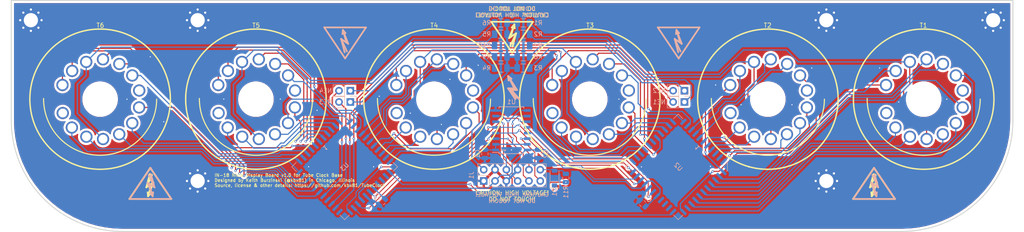
<source format=kicad_pcb>
(kicad_pcb (version 20171130) (host pcbnew "(5.1.0-0)")
  (layers (0 F.Cu signal) (31 B.Cu signal) (34 B.Paste user) (35 F.Paste user) (36 B.SilkS user) (37 F.SilkS user) (38 B.Mask user) (39 F.Mask user) (44 Edge.Cuts user))
  (net 0 "")
  (net 1 T6_K_0)
  (net 2 T6_K_1)
  (net 3 T6_K_2)
  (net 4 T6_K_3)
  (net 5 T6_K_4)
  (net 6 T6_K_5)
  (net 7 T6_K_6)
  (net 8 T6_K_7)
  (net 9 T6_K_8)
  (net 10 T6_K_9)
  (net 11 T5_K_9)
  (net 12 T5_K_8)
  (net 13 T5_K_7)
  (net 14 T5_K_6)
  (net 15 T5_K_5)
  (net 16 T5_K_4)
  (net 17 T5_K_3)
  (net 18 T5_K_2)
  (net 19 T5_K_1)
  (net 20 T5_K_0)
  (net 21 T4_K_0)
  (net 22 T4_K_1)
  (net 23 T4_K_2)
  (net 24 T4_K_3)
  (net 25 T4_K_4)
  (net 26 T4_K_5)
  (net 27 T4_K_6)
  (net 28 T4_K_7)
  (net 29 T4_K_8)
  (net 30 T4_K_9)
  (net 31 T3_K_9)
  (net 32 T3_K_8)
  (net 33 T3_K_7)
  (net 34 T3_K_6)
  (net 35 T3_K_5)
  (net 36 T3_K_4)
  (net 37 T3_K_3)
  (net 38 T3_K_2)
  (net 39 T3_K_1)
  (net 40 T3_K_0)
  (net 41 T2_K_0)
  (net 42 T2_K_1)
  (net 43 T2_K_2)
  (net 44 T2_K_3)
  (net 45 T2_K_4)
  (net 46 T2_K_5)
  (net 47 T2_K_6)
  (net 48 T2_K_7)
  (net 49 T2_K_8)
  (net 50 T2_K_9)
  (net 51 T1_K_9)
  (net 52 T1_K_8)
  (net 53 T1_K_7)
  (net 54 T1_K_6)
  (net 55 T1_K_5)
  (net 56 T1_K_4)
  (net 57 T1_K_3)
  (net 58 T1_K_2)
  (net 59 T1_K_1)
  (net 60 T1_K_0)
  (net 61 +V_IN)
  (net 62 GND)
  (net 63 +V_HV)
  (net 64 "Net-(NE4-Pad1)")
  (net 65 "Net-(NE3-Pad1)")
  (net 66 "Net-(NE2-Pad1)")
  (net 67 "Net-(NE1-Pad1)")
  (net 68 "Net-(R3-Pad1)")
  (net 69 +3V3)
  (net 70 DATA_OUT)
  (net 71 ~LE~)
  (net 72 ~BL~)
  (net 73 DATA_IN)
  (net 74 DATA_THROUGH)
  (net 75 CLK)
  (net 76 T7_K)
  (net 77 T8_K)
  (net 78 T10_K)
  (net 79 T9_K)
  (net 80 ~LE_DB~)
  (net 81 ~BL_DB~)
  (net 82 CLK_DB)
  (net 83 DATA_IN_DB)
  (net 84 "Net-(R1-Pad1)")
  (net 85 "Net-(R2-Pad1)")
  (net 86 "Net-(R6-Pad1)")
  (net 87 "Net-(R4-Pad1)")
  (net 88 "Net-(R5-Pad1)")
  (net 89 "Net-(D1-Pad2)")
  (module TubeClock:Nixie_IN-18 (layer F.Cu) (at 56.195 98.425 180)
    (fp_text reference T6 (at -0.0474 16.6104) (layer F.SilkS))
    (fp_text value IN-18_Nixie_Tube hide)
    (pad "" np_thru_hole circle (at 0 0 180) (size 7 7) (drill 7) (layers *.Cu *.Mask Dwgs.User))
    (pad 8 thru_hole circle (at -8.78078 1.94818 180) (size 2.75 2.75) (drill 2) (layers *.Cu *.Paste *.Mask))
    (pad 1 thru_hole circle (at 8.39216 -3.12166 180) (size 2.75 2.75) (drill 2) (layers *.Cu *.Paste *.Mask))
    (pad 12 thru_hole circle (at 3.12166 8.39216 180) (size 2.75 2.75) (drill 2) (layers *.Cu *.Paste *.Mask) (net 86 "Net-(R6-Pad1)"))
    (pad 4 thru_hole circle (at -0.65786 -8.97382 180) (size 2.75 2.75) (drill 2) (layers *.Cu *.Paste *.Mask) (net 86 "Net-(R6-Pad1)"))
    (pad 14 thru_hole circle (at 8.45566 3.1877 180) (size 2.75 2.75) (drill 2) (layers *.Cu *.Paste *.Mask) (net 10 T6_K_9))
    (pad 9 thru_hole circle (at -7.2263 5.34162 180) (size 2.75 2.75) (drill 2) (layers *.Cu *.Paste *.Mask) (net 9 T6_K_8))
    (pad 6 thru_hole circle (at -7.2136 -5.3848 180) (size 2.75 2.75) (drill 2) (layers *.Cu *.Paste *.Mask) (net 8 T6_K_7))
    (pad 5 thru_hole circle (at -4.29006 -7.90448 180) (size 2.75 2.75) (drill 2) (layers *.Cu *.Paste *.Mask) (net 7 T6_K_6))
    (pad 3 thru_hole circle (at 3.08864 -8.44804 180) (size 2.75 2.75) (drill 2) (layers *.Cu *.Paste *.Mask) (net 6 T6_K_5))
    (pad 2 thru_hole circle (at 6.34746 -6.38048 180) (size 2.75 2.75) (drill 2) (layers *.Cu *.Paste *.Mask) (net 5 T6_K_4))
    (pad 7 thru_hole circle (at -8.75792 -1.86182 180) (size 2.75 2.75) (drill 2) (layers *.Cu *.Paste *.Mask) (net 4 T6_K_3))
    (pad 10 thru_hole circle (at -4.32816 7.9375 180) (size 2.75 2.75) (drill 2) (layers *.Cu *.Paste *.Mask) (net 3 T6_K_2))
    (pad 11 thru_hole circle (at -0.64262 8.97128 180) (size 2.75 2.75) (drill 2) (layers *.Cu *.Paste *.Mask) (net 2 T6_K_1))
    (pad 13 thru_hole circle (at 6.28142 6.35508 180) (size 2.75 2.75) (drill 2) (layers *.Cu *.Paste *.Mask) (net 1 T6_K_0))
  )
  (module TubeClock:Nixie_IN-18 (layer F.Cu) (at 91.195 98.425 180)
    (fp_text reference T5 (at -0.0474 16.6104) (layer F.SilkS))
    (fp_text value IN-18_Nixie_Tube hide)
    (pad "" np_thru_hole circle (at 0 0 180) (size 7 7) (drill 7) (layers *.Cu *.Mask Dwgs.User))
    (pad 8 thru_hole circle (at -8.78078 1.94818 180) (size 2.75 2.75) (drill 2) (layers *.Cu *.Paste *.Mask))
    (pad 1 thru_hole circle (at 8.39216 -3.12166 180) (size 2.75 2.75) (drill 2) (layers *.Cu *.Paste *.Mask))
    (pad 12 thru_hole circle (at 3.12166 8.39216 180) (size 2.75 2.75) (drill 2) (layers *.Cu *.Paste *.Mask) (net 88 "Net-(R5-Pad1)"))
    (pad 4 thru_hole circle (at -0.65786 -8.97382 180) (size 2.75 2.75) (drill 2) (layers *.Cu *.Paste *.Mask) (net 88 "Net-(R5-Pad1)"))
    (pad 14 thru_hole circle (at 8.45566 3.1877 180) (size 2.75 2.75) (drill 2) (layers *.Cu *.Paste *.Mask) (net 11 T5_K_9))
    (pad 9 thru_hole circle (at -7.2263 5.34162 180) (size 2.75 2.75) (drill 2) (layers *.Cu *.Paste *.Mask) (net 12 T5_K_8))
    (pad 6 thru_hole circle (at -7.2136 -5.3848 180) (size 2.75 2.75) (drill 2) (layers *.Cu *.Paste *.Mask) (net 13 T5_K_7))
    (pad 5 thru_hole circle (at -4.29006 -7.90448 180) (size 2.75 2.75) (drill 2) (layers *.Cu *.Paste *.Mask) (net 14 T5_K_6))
    (pad 3 thru_hole circle (at 3.08864 -8.44804 180) (size 2.75 2.75) (drill 2) (layers *.Cu *.Paste *.Mask) (net 15 T5_K_5))
    (pad 2 thru_hole circle (at 6.34746 -6.38048 180) (size 2.75 2.75) (drill 2) (layers *.Cu *.Paste *.Mask) (net 16 T5_K_4))
    (pad 7 thru_hole circle (at -8.75792 -1.86182 180) (size 2.75 2.75) (drill 2) (layers *.Cu *.Paste *.Mask) (net 17 T5_K_3))
    (pad 10 thru_hole circle (at -4.32816 7.9375 180) (size 2.75 2.75) (drill 2) (layers *.Cu *.Paste *.Mask) (net 18 T5_K_2))
    (pad 11 thru_hole circle (at -0.64262 8.97128 180) (size 2.75 2.75) (drill 2) (layers *.Cu *.Paste *.Mask) (net 19 T5_K_1))
    (pad 13 thru_hole circle (at 6.28142 6.35508 180) (size 2.75 2.75) (drill 2) (layers *.Cu *.Paste *.Mask) (net 20 T5_K_0))
  )
  (module TubeClock:Nixie_IN-18 (layer F.Cu) (at 131.195 98.425 180)
    (fp_text reference T4 (at -0.0474 16.6104) (layer F.SilkS))
    (fp_text value IN-18_Nixie_Tube hide)
    (pad "" np_thru_hole circle (at 0 0 180) (size 7 7) (drill 7) (layers *.Cu *.Mask Dwgs.User))
    (pad 8 thru_hole circle (at -8.78078 1.94818 180) (size 2.75 2.75) (drill 2) (layers *.Cu *.Paste *.Mask))
    (pad 1 thru_hole circle (at 8.39216 -3.12166 180) (size 2.75 2.75) (drill 2) (layers *.Cu *.Paste *.Mask))
    (pad 12 thru_hole circle (at 3.12166 8.39216 180) (size 2.75 2.75) (drill 2) (layers *.Cu *.Paste *.Mask) (net 87 "Net-(R4-Pad1)"))
    (pad 4 thru_hole circle (at -0.65786 -8.97382 180) (size 2.75 2.75) (drill 2) (layers *.Cu *.Paste *.Mask) (net 87 "Net-(R4-Pad1)"))
    (pad 14 thru_hole circle (at 8.45566 3.1877 180) (size 2.75 2.75) (drill 2) (layers *.Cu *.Paste *.Mask) (net 30 T4_K_9))
    (pad 9 thru_hole circle (at -7.2263 5.34162 180) (size 2.75 2.75) (drill 2) (layers *.Cu *.Paste *.Mask) (net 29 T4_K_8))
    (pad 6 thru_hole circle (at -7.2136 -5.3848 180) (size 2.75 2.75) (drill 2) (layers *.Cu *.Paste *.Mask) (net 28 T4_K_7))
    (pad 5 thru_hole circle (at -4.29006 -7.90448 180) (size 2.75 2.75) (drill 2) (layers *.Cu *.Paste *.Mask) (net 27 T4_K_6))
    (pad 3 thru_hole circle (at 3.08864 -8.44804 180) (size 2.75 2.75) (drill 2) (layers *.Cu *.Paste *.Mask) (net 26 T4_K_5))
    (pad 2 thru_hole circle (at 6.34746 -6.38048 180) (size 2.75 2.75) (drill 2) (layers *.Cu *.Paste *.Mask) (net 25 T4_K_4))
    (pad 7 thru_hole circle (at -8.75792 -1.86182 180) (size 2.75 2.75) (drill 2) (layers *.Cu *.Paste *.Mask) (net 24 T4_K_3))
    (pad 10 thru_hole circle (at -4.32816 7.9375 180) (size 2.75 2.75) (drill 2) (layers *.Cu *.Paste *.Mask) (net 23 T4_K_2))
    (pad 11 thru_hole circle (at -0.64262 8.97128 180) (size 2.75 2.75) (drill 2) (layers *.Cu *.Paste *.Mask) (net 22 T4_K_1))
    (pad 13 thru_hole circle (at 6.28142 6.35508 180) (size 2.75 2.75) (drill 2) (layers *.Cu *.Paste *.Mask) (net 21 T4_K_0))
  )
  (module TubeClock:Nixie_IN-18 (layer F.Cu) (at 166.195 98.425 180)
    (fp_text reference T3 (at -0.0474 16.6104) (layer F.SilkS))
    (fp_text value IN-18_Nixie_Tube hide)
    (pad "" np_thru_hole circle (at 0 0 180) (size 7 7) (drill 7) (layers *.Cu *.Mask Dwgs.User))
    (pad 8 thru_hole circle (at -8.78078 1.94818 180) (size 2.75 2.75) (drill 2) (layers *.Cu *.Paste *.Mask))
    (pad 1 thru_hole circle (at 8.39216 -3.12166 180) (size 2.75 2.75) (drill 2) (layers *.Cu *.Paste *.Mask))
    (pad 12 thru_hole circle (at 3.12166 8.39216 180) (size 2.75 2.75) (drill 2) (layers *.Cu *.Paste *.Mask) (net 68 "Net-(R3-Pad1)"))
    (pad 4 thru_hole circle (at -0.65786 -8.97382 180) (size 2.75 2.75) (drill 2) (layers *.Cu *.Paste *.Mask) (net 68 "Net-(R3-Pad1)"))
    (pad 14 thru_hole circle (at 8.45566 3.1877 180) (size 2.75 2.75) (drill 2) (layers *.Cu *.Paste *.Mask) (net 31 T3_K_9))
    (pad 9 thru_hole circle (at -7.2263 5.34162 180) (size 2.75 2.75) (drill 2) (layers *.Cu *.Paste *.Mask) (net 32 T3_K_8))
    (pad 6 thru_hole circle (at -7.2136 -5.3848 180) (size 2.75 2.75) (drill 2) (layers *.Cu *.Paste *.Mask) (net 33 T3_K_7))
    (pad 5 thru_hole circle (at -4.29006 -7.90448 180) (size 2.75 2.75) (drill 2) (layers *.Cu *.Paste *.Mask) (net 34 T3_K_6))
    (pad 3 thru_hole circle (at 3.08864 -8.44804 180) (size 2.75 2.75) (drill 2) (layers *.Cu *.Paste *.Mask) (net 35 T3_K_5))
    (pad 2 thru_hole circle (at 6.34746 -6.38048 180) (size 2.75 2.75) (drill 2) (layers *.Cu *.Paste *.Mask) (net 36 T3_K_4))
    (pad 7 thru_hole circle (at -8.75792 -1.86182 180) (size 2.75 2.75) (drill 2) (layers *.Cu *.Paste *.Mask) (net 37 T3_K_3))
    (pad 10 thru_hole circle (at -4.32816 7.9375 180) (size 2.75 2.75) (drill 2) (layers *.Cu *.Paste *.Mask) (net 38 T3_K_2))
    (pad 11 thru_hole circle (at -0.64262 8.97128 180) (size 2.75 2.75) (drill 2) (layers *.Cu *.Paste *.Mask) (net 39 T3_K_1))
    (pad 13 thru_hole circle (at 6.28142 6.35508 180) (size 2.75 2.75) (drill 2) (layers *.Cu *.Paste *.Mask) (net 40 T3_K_0))
  )
  (module TubeClock:Nixie_IN-18 (layer F.Cu) (at 206.195 98.425 180)
    (fp_text reference T2 (at 0.0526 16.6104) (layer F.SilkS))
    (fp_text value IN-18_Nixie_Tube hide)
    (pad "" np_thru_hole circle (at 0 0 180) (size 7 7) (drill 7) (layers *.Cu *.Mask Dwgs.User))
    (pad 8 thru_hole circle (at -8.78078 1.94818 180) (size 2.75 2.75) (drill 2) (layers *.Cu *.Paste *.Mask))
    (pad 1 thru_hole circle (at 8.39216 -3.12166 180) (size 2.75 2.75) (drill 2) (layers *.Cu *.Paste *.Mask))
    (pad 12 thru_hole circle (at 3.12166 8.39216 180) (size 2.75 2.75) (drill 2) (layers *.Cu *.Paste *.Mask) (net 85 "Net-(R2-Pad1)"))
    (pad 4 thru_hole circle (at -0.65786 -8.97382 180) (size 2.75 2.75) (drill 2) (layers *.Cu *.Paste *.Mask) (net 85 "Net-(R2-Pad1)"))
    (pad 14 thru_hole circle (at 8.45566 3.1877 180) (size 2.75 2.75) (drill 2) (layers *.Cu *.Paste *.Mask) (net 50 T2_K_9))
    (pad 9 thru_hole circle (at -7.2263 5.34162 180) (size 2.75 2.75) (drill 2) (layers *.Cu *.Paste *.Mask) (net 49 T2_K_8))
    (pad 6 thru_hole circle (at -7.2136 -5.3848 180) (size 2.75 2.75) (drill 2) (layers *.Cu *.Paste *.Mask) (net 48 T2_K_7))
    (pad 5 thru_hole circle (at -4.29006 -7.90448 180) (size 2.75 2.75) (drill 2) (layers *.Cu *.Paste *.Mask) (net 47 T2_K_6))
    (pad 3 thru_hole circle (at 3.08864 -8.44804 180) (size 2.75 2.75) (drill 2) (layers *.Cu *.Paste *.Mask) (net 46 T2_K_5))
    (pad 2 thru_hole circle (at 6.34746 -6.38048 180) (size 2.75 2.75) (drill 2) (layers *.Cu *.Paste *.Mask) (net 45 T2_K_4))
    (pad 7 thru_hole circle (at -8.75792 -1.86182 180) (size 2.75 2.75) (drill 2) (layers *.Cu *.Paste *.Mask) (net 44 T2_K_3))
    (pad 10 thru_hole circle (at -4.32816 7.9375 180) (size 2.75 2.75) (drill 2) (layers *.Cu *.Paste *.Mask) (net 43 T2_K_2))
    (pad 11 thru_hole circle (at -0.64262 8.97128 180) (size 2.75 2.75) (drill 2) (layers *.Cu *.Paste *.Mask) (net 42 T2_K_1))
    (pad 13 thru_hole circle (at 6.28142 6.35508 180) (size 2.75 2.75) (drill 2) (layers *.Cu *.Paste *.Mask) (net 41 T2_K_0))
  )
  (module TubeClock:Nixie_IN-18 (layer F.Cu) (at 241.195 98.425 180)
    (fp_text reference T1 (at 0.0526 16.6104) (layer F.SilkS))
    (fp_text value IN-18_Nixie_Tube hide)
    (pad "" np_thru_hole circle (at 0 0 180) (size 7 7) (drill 7) (layers *.Cu *.Mask Dwgs.User))
    (pad 8 thru_hole circle (at -8.78078 1.94818 180) (size 2.75 2.75) (drill 2) (layers *.Cu *.Paste *.Mask))
    (pad 1 thru_hole circle (at 8.39216 -3.12166 180) (size 2.75 2.75) (drill 2) (layers *.Cu *.Paste *.Mask))
    (pad 12 thru_hole circle (at 3.12166 8.39216 180) (size 2.75 2.75) (drill 2) (layers *.Cu *.Paste *.Mask) (net 84 "Net-(R1-Pad1)"))
    (pad 4 thru_hole circle (at -0.65786 -8.97382 180) (size 2.75 2.75) (drill 2) (layers *.Cu *.Paste *.Mask) (net 84 "Net-(R1-Pad1)"))
    (pad 14 thru_hole circle (at 8.45566 3.1877 180) (size 2.75 2.75) (drill 2) (layers *.Cu *.Paste *.Mask) (net 51 T1_K_9))
    (pad 9 thru_hole circle (at -7.2263 5.34162 180) (size 2.75 2.75) (drill 2) (layers *.Cu *.Paste *.Mask) (net 52 T1_K_8))
    (pad 6 thru_hole circle (at -7.2136 -5.3848 180) (size 2.75 2.75) (drill 2) (layers *.Cu *.Paste *.Mask) (net 53 T1_K_7))
    (pad 5 thru_hole circle (at -4.29006 -7.90448 180) (size 2.75 2.75) (drill 2) (layers *.Cu *.Paste *.Mask) (net 54 T1_K_6))
    (pad 3 thru_hole circle (at 3.08864 -8.44804 180) (size 2.75 2.75) (drill 2) (layers *.Cu *.Paste *.Mask) (net 55 T1_K_5))
    (pad 2 thru_hole circle (at 6.34746 -6.38048 180) (size 2.75 2.75) (drill 2) (layers *.Cu *.Paste *.Mask) (net 56 T1_K_4))
    (pad 7 thru_hole circle (at -8.75792 -1.86182 180) (size 2.75 2.75) (drill 2) (layers *.Cu *.Paste *.Mask) (net 57 T1_K_3))
    (pad 10 thru_hole circle (at -4.32816 7.9375 180) (size 2.75 2.75) (drill 2) (layers *.Cu *.Paste *.Mask) (net 58 T1_K_2))
    (pad 11 thru_hole circle (at -0.64262 8.97128 180) (size 2.75 2.75) (drill 2) (layers *.Cu *.Paste *.Mask) (net 59 T1_K_1))
    (pad 13 thru_hole circle (at 6.28142 6.35508 180) (size 2.75 2.75) (drill 2) (layers *.Cu *.Paste *.Mask) (net 60 T1_K_0))
  )
  (module Connector_PinSocket_2.54mm:PinSocket_1x02_P2.54mm_Vertical (layer B.Cu) (at 112.395 96.52 90)
    (fp_text reference NE4 (at 0 -5.5626 180) (layer B.SilkS) (effects (justify mirror)))
    (fp_text value Lamp_Neon)
    (pad 2 thru_hole oval (at 0 -2.54 90) (size 1.7 1.7) (drill 1) (layers *.Cu *.Mask) (net 78 T10_K))
    (pad 1 thru_hole rect (at 0 0 90) (size 1.7 1.7) (drill 1) (layers *.Cu *.Mask) (net 64 "Net-(NE4-Pad1)"))
  )
  (module Connector_PinSocket_2.54mm:PinSocket_1x02_P2.54mm_Vertical (layer B.Cu) (at 112.395 99.06 90)
    (fp_text reference NE3 (at 0 -5.5626 180) (layer B.SilkS) (effects (justify mirror)))
    (fp_text value Lamp_Neon)
    (pad 2 thru_hole oval (at 0 -2.54 90) (size 1.7 1.7) (drill 1) (layers *.Cu *.Mask) (net 79 T9_K))
    (pad 1 thru_hole rect (at 0 0 90) (size 1.7 1.7) (drill 1) (layers *.Cu *.Mask) (net 65 "Net-(NE3-Pad1)"))
  )
  (module Connector_PinSocket_2.54mm:PinSocket_1x02_P2.54mm_Vertical (layer B.Cu) (at 187.452 96.52 90)
    (fp_text reference NE2 (at 0.0254 -5.6896 180) (layer B.SilkS) (effects (justify mirror)))
    (fp_text value Lamp_Neon)
    (pad 2 thru_hole oval (at 0 -2.54 90) (size 1.7 1.7) (drill 1) (layers *.Cu *.Mask) (net 77 T8_K))
    (pad 1 thru_hole rect (at 0 0 90) (size 1.7 1.7) (drill 1) (layers *.Cu *.Mask) (net 66 "Net-(NE2-Pad1)"))
  )
  (module Connector_PinSocket_2.54mm:PinSocket_1x02_P2.54mm_Vertical (layer B.Cu) (at 187.452 99.06 90)
    (fp_text reference NE1 (at 0 -5.6896 180) (layer B.SilkS) (effects (justify mirror)))
    (fp_text value Lamp_Neon)
    (pad 2 thru_hole oval (at 0 -2.54 90) (size 1.7 1.7) (drill 1) (layers *.Cu *.Mask) (net 76 T7_K))
    (pad 1 thru_hole rect (at 0 0 90) (size 1.7 1.7) (drill 1) (layers *.Cu *.Mask) (net 67 "Net-(NE1-Pad1)"))
  )
  (module Connector_PinSocket_2.54mm:PinSocket_2x06_P2.54mm_Vertical (layer B.Cu) (at 142.367 116.84 270)
    (fp_text reference J1 (at -1.27 2.77 270) (layer B.SilkS) (effects (justify mirror)))
    (fp_text value Conn_02x06_Odd_Even)
    (pad 12 thru_hole oval (at -2.54 -12.7 270) (size 1.7 1.7) (drill 1) (layers *.Cu *.Mask) (net 89 "Net-(D1-Pad2)"))
    (pad 11 thru_hole oval (at 0 -12.7 270) (size 1.7 1.7) (drill 1) (layers *.Cu *.Mask) (net 83 DATA_IN_DB))
    (pad 10 thru_hole oval (at -2.54 -10.16 270) (size 1.7 1.7) (drill 1) (layers *.Cu *.Mask) (net 82 CLK_DB))
    (pad 9 thru_hole oval (at 0 -10.16 270) (size 1.7 1.7) (drill 1) (layers *.Cu *.Mask) (net 80 ~LE_DB~))
    (pad 8 thru_hole oval (at -2.54 -7.62 270) (size 1.7 1.7) (drill 1) (layers *.Cu *.Mask) (net 62 GND))
    (pad 7 thru_hole oval (at 0 -7.62 270) (size 1.7 1.7) (drill 1) (layers *.Cu *.Mask) (net 81 ~BL_DB~))
    (pad 6 thru_hole oval (at -2.54 -5.08 270) (size 1.7 1.7) (drill 1) (layers *.Cu *.Mask) (net 69 +3V3))
    (pad 5 thru_hole oval (at 0 -5.08 270) (size 1.7 1.7) (drill 1) (layers *.Cu *.Mask) (net 62 GND))
    (pad 4 thru_hole oval (at -2.54 -2.54 270) (size 1.7 1.7) (drill 1) (layers *.Cu *.Mask) (net 62 GND))
    (pad 3 thru_hole oval (at 0 -2.54 270) (size 1.7 1.7) (drill 1) (layers *.Cu *.Mask) (net 61 +V_IN))
    (pad 2 thru_hole oval (at -2.54 0 270) (size 1.7 1.7) (drill 1) (layers *.Cu *.Mask) (net 63 +V_HV))
    (pad 1 thru_hole rect (at 0 0 270) (size 1.7 1.7) (drill 1) (layers *.Cu *.Mask) (net 62 GND))
  )
  (module Resistor_SMD:R_0805_2012Metric (layer B.Cu) (at 160.8074 116.1796 90)
    (fp_text reference R11 (at -3.175 0 90) (layer B.SilkS) (effects (justify mirror)))
    (fp_text value 10K)
    (pad 2 smd roundrect (at 0.9375 0 90) (size 0.975 1.4) (layers B.Cu B.Paste B.Mask) (net 89 "Net-(D1-Pad2)"))
    (pad 1 smd roundrect (at -0.9375 0 90) (size 0.975 1.4) (layers B.Cu B.Paste B.Mask) (net 69 +3V3))
  )
  (module Diode_SMD:D_SOD-123 (layer B.Cu) (at 158.2674 116.1796 90)
    (fp_text reference D1 (at -3.175 0 90) (layer B.SilkS) (effects (justify mirror)))
    (fp_text value 1N4148)
    (pad 2 smd rect (at 1.65 0 90) (size 0.9 1.2) (layers B.Cu B.Paste B.Mask) (net 89 "Net-(D1-Pad2)"))
    (pad 1 smd rect (at -1.65 0 90) (size 0.9 1.2) (layers B.Cu B.Paste B.Mask) (net 70 DATA_OUT))
  )
  (module kbxCustoms:Symbol_HighVoltage_Type2_SilkBottom_VerySmall (layer F.Cu) (at 230.0224 118.0846)
    (fp_text reference REF** hide)
    (fp_text value Symbol_HighVoltage_Type2_SilkBottom_VerySmall)
  )
  (module kbxCustoms:Symbol_HighVoltage_Type2_SilkBottom_VerySmall (layer F.Cu) (at 67.4624 118.0846)
    (fp_text reference REF** hide)
    (fp_text value Symbol_HighVoltage_Type2_SilkBottom_VerySmall)
  )
  (module kbxCustoms:Symbol_HighVoltage_Type2_SilkTop_VerySmall (layer F.Cu) (at 148.7424 83.7946 180)
    (fp_text reference REF** hide)
    (fp_text value Symbol_HighVoltage_Type2_SilkTop_VerySmall)
  )
  (module kbxCustoms:Symbol_Highvoltage_Type1_SilkBottom_Small (layer F.Cu) (at 148.1074 95.2246 180)
    (fp_text reference REF** hide)
    (fp_text value Symbol_Highvoltage_Type1_SilkBottom_Small)
  )
  (module kbxCustoms:Symbol_HighVoltage_Type2_SilkBottom_VerySmall (layer F.Cu) (at 111.2774 85.0646 180)
    (fp_text reference REF** hide)
    (fp_text value Symbol_HighVoltage_Type2_SilkBottom_VerySmall)
  )
  (module kbxCustoms:Symbol_HighVoltage_Type2_SilkBottom_VerySmall (layer F.Cu) (at 186.2074 85.0646 180)
    (fp_text reference REF** hide)
    (fp_text value Symbol_HighVoltage_Type2_SilkBottom_VerySmall)
  )
  (module kbxCustoms:Symbol_HighVoltage_Type2_SilkTop_VerySmall (layer F.Cu) (at 230.0224 118.0846)
    (fp_text reference REF** hide)
    (fp_text value Symbol_HighVoltage_Type2_SilkTop_VerySmall)
  )
  (module kbxCustoms:Symbol_HighVoltage_Type2_SilkTop_VerySmall (layer F.Cu) (at 67.4624 118.0846)
    (fp_text reference REF** hide)
    (fp_text value Symbol_HighVoltage_Type2_SilkTop_VerySmall)
  )
  (module Package_LCC:PLCC-44_16.6x16.6mm_P1.27mm (layer B.Cu) (at 111.125 113.665 225)
    (fp_text reference U3 (at 0 0 225) (layer B.SilkS) (effects (justify mirror)))
    (fp_text value HV5622)
    (pad 44 smd roundrect (at 1.27 8 225) (size 0.6 1.7) (layers B.Cu B.Paste B.Mask) (net 20 T5_K_0))
    (pad 43 smd roundrect (at 2.54 8 225) (size 0.6 1.7) (layers B.Cu B.Paste B.Mask) (net 10 T6_K_9))
    (pad 42 smd roundrect (at 3.81 8 225) (size 0.6 1.7) (layers B.Cu B.Paste B.Mask) (net 9 T6_K_8))
    (pad 41 smd roundrect (at 5.08 8 225) (size 0.6 1.7) (layers B.Cu B.Paste B.Mask) (net 8 T6_K_7))
    (pad 40 smd roundrect (at 6.35 8 225) (size 0.6 1.7) (layers B.Cu B.Paste B.Mask) (net 7 T6_K_6))
    (pad 39 smd roundrect (at 8 6.35 225) (size 1.7 0.6) (layers B.Cu B.Paste B.Mask) (net 6 T6_K_5))
    (pad 38 smd roundrect (at 8 5.08 225) (size 1.7 0.6) (layers B.Cu B.Paste B.Mask) (net 5 T6_K_4))
    (pad 37 smd roundrect (at 8 3.81 225) (size 1.7 0.6) (layers B.Cu B.Paste B.Mask) (net 4 T6_K_3))
    (pad 36 smd roundrect (at 8 2.54 225) (size 1.7 0.6) (layers B.Cu B.Paste B.Mask) (net 3 T6_K_2))
    (pad 35 smd roundrect (at 8 1.27 225) (size 1.7 0.6) (layers B.Cu B.Paste B.Mask) (net 2 T6_K_1))
    (pad 34 smd roundrect (at 8 0 225) (size 1.7 0.6) (layers B.Cu B.Paste B.Mask) (net 1 T6_K_0))
    (pad 33 smd roundrect (at 8 -1.27 225) (size 1.7 0.6) (layers B.Cu B.Paste B.Mask) (net 78 T10_K))
    (pad 32 smd roundrect (at 8 -2.54 225) (size 1.7 0.6) (layers B.Cu B.Paste B.Mask) (net 79 T9_K))
    (pad 31 smd roundrect (at 8 -3.81 225) (size 1.7 0.6) (layers B.Cu B.Paste B.Mask) (net 77 T8_K))
    (pad 30 smd roundrect (at 8 -5.08 225) (size 1.7 0.6) (layers B.Cu B.Paste B.Mask) (net 76 T7_K))
    (pad 29 smd roundrect (at 8 -6.35 225) (size 1.7 0.6) (layers B.Cu B.Paste B.Mask))
    (pad 28 smd roundrect (at 6.35 -8 225) (size 0.6 1.7) (layers B.Cu B.Paste B.Mask) (net 72 ~BL~))
    (pad 27 smd roundrect (at 5.08 -8 225) (size 0.6 1.7) (layers B.Cu B.Paste B.Mask) (net 74 DATA_THROUGH))
    (pad 26 smd roundrect (at 3.81 -8 225) (size 0.6 1.7) (layers B.Cu B.Paste B.Mask) (net 71 ~LE~))
    (pad 25 smd roundrect (at 2.54 -8 225) (size 0.6 1.7) (layers B.Cu B.Paste B.Mask) (net 61 +V_IN))
    (pad 24 smd roundrect (at 1.27 -8 225) (size 0.6 1.7) (layers B.Cu B.Paste B.Mask) (net 62 GND))
    (pad 23 smd roundrect (at 0 -8 225) (size 0.6 1.7) (layers B.Cu B.Paste B.Mask) (net 75 CLK))
    (pad 22 smd roundrect (at -1.27 -8 225) (size 0.6 1.7) (layers B.Cu B.Paste B.Mask) (net 61 +V_IN))
    (pad 21 smd roundrect (at -2.54 -8 225) (size 0.6 1.7) (layers B.Cu B.Paste B.Mask))
    (pad 20 smd roundrect (at -3.81 -8 225) (size 0.6 1.7) (layers B.Cu B.Paste B.Mask))
    (pad 19 smd roundrect (at -5.08 -8 225) (size 0.6 1.7) (layers B.Cu B.Paste B.Mask))
    (pad 18 smd roundrect (at -6.35 -8 225) (size 0.6 1.7) (layers B.Cu B.Paste B.Mask) (net 70 DATA_OUT))
    (pad 17 smd roundrect (at -8 -6.35 225) (size 1.7 0.6) (layers B.Cu B.Paste B.Mask) (net 28 T4_K_7))
    (pad 16 smd roundrect (at -8 -5.08 225) (size 1.7 0.6) (layers B.Cu B.Paste B.Mask) (net 27 T4_K_6))
    (pad 15 smd roundrect (at -8 -3.81 225) (size 1.7 0.6) (layers B.Cu B.Paste B.Mask) (net 26 T4_K_5))
    (pad 14 smd roundrect (at -8 -2.54 225) (size 1.7 0.6) (layers B.Cu B.Paste B.Mask) (net 25 T4_K_4))
    (pad 13 smd roundrect (at -8 -1.27 225) (size 1.7 0.6) (layers B.Cu B.Paste B.Mask) (net 24 T4_K_3))
    (pad 12 smd roundrect (at -8 0 225) (size 1.7 0.6) (layers B.Cu B.Paste B.Mask) (net 23 T4_K_2))
    (pad 11 smd roundrect (at -8 1.27 225) (size 1.7 0.6) (layers B.Cu B.Paste B.Mask) (net 22 T4_K_1))
    (pad 10 smd roundrect (at -8 2.54 225) (size 1.7 0.6) (layers B.Cu B.Paste B.Mask) (net 21 T4_K_0))
    (pad 9 smd roundrect (at -8 3.81 225) (size 1.7 0.6) (layers B.Cu B.Paste B.Mask) (net 11 T5_K_9))
    (pad 8 smd roundrect (at -8 5.08 225) (size 1.7 0.6) (layers B.Cu B.Paste B.Mask) (net 12 T5_K_8))
    (pad 7 smd roundrect (at -8 6.35 225) (size 1.7 0.6) (layers B.Cu B.Paste B.Mask) (net 13 T5_K_7))
    (pad 6 smd roundrect (at -6.35 8 225) (size 0.6 1.7) (layers B.Cu B.Paste B.Mask) (net 14 T5_K_6))
    (pad 5 smd roundrect (at -5.08 8 225) (size 0.6 1.7) (layers B.Cu B.Paste B.Mask) (net 15 T5_K_5))
    (pad 4 smd roundrect (at -3.81 8 225) (size 0.6 1.7) (layers B.Cu B.Paste B.Mask) (net 16 T5_K_4))
    (pad 3 smd roundrect (at -2.54 8 225) (size 0.6 1.7) (layers B.Cu B.Paste B.Mask) (net 17 T5_K_3))
    (pad 2 smd roundrect (at -1.27 8 225) (size 0.6 1.7) (layers B.Cu B.Paste B.Mask) (net 18 T5_K_2))
    (pad 1 smd roundrect (at 0 8 225) (size 0.6 1.7) (layers B.Cu B.Paste B.Mask) (net 19 T5_K_1))
  )
  (module MountingHole:MountingHole_3.2mm_M3_Pad_Via (layer F.Cu) (at 78.105 116.84)
    (fp_text reference H5 hide)
    (fp_text value MountingHole_Pad)
    (pad 1 thru_hole circle (at 1.697056 -1.697056) (size 0.8 0.8) (drill 0.5) (layers *.Cu *.Mask) (net 62 GND))
    (pad 1 thru_hole circle (at 0 -2.4) (size 0.8 0.8) (drill 0.5) (layers *.Cu *.Mask) (net 62 GND))
    (pad 1 thru_hole circle (at -1.697056 -1.697056) (size 0.8 0.8) (drill 0.5) (layers *.Cu *.Mask) (net 62 GND))
    (pad 1 thru_hole circle (at -2.4 0) (size 0.8 0.8) (drill 0.5) (layers *.Cu *.Mask) (net 62 GND))
    (pad 1 thru_hole circle (at -1.697056 1.697056) (size 0.8 0.8) (drill 0.5) (layers *.Cu *.Mask) (net 62 GND))
    (pad 1 thru_hole circle (at 0 2.4) (size 0.8 0.8) (drill 0.5) (layers *.Cu *.Mask) (net 62 GND))
    (pad 1 thru_hole circle (at 1.697056 1.697056) (size 0.8 0.8) (drill 0.5) (layers *.Cu *.Mask) (net 62 GND))
    (pad 1 thru_hole circle (at 2.4 0) (size 0.8 0.8) (drill 0.5) (layers *.Cu *.Mask) (net 62 GND))
    (pad 1 thru_hole circle (at 0 0) (size 6.4 6.4) (drill 3.2) (layers *.Cu *.Mask) (net 62 GND))
  )
  (module MountingHole:MountingHole_3.2mm_M3_Pad_Via (layer F.Cu) (at 219.329 116.84)
    (fp_text reference H6 hide)
    (fp_text value MountingHole_Pad)
    (pad 1 thru_hole circle (at 0 0) (size 6.4 6.4) (drill 3.2) (layers *.Cu *.Mask) (net 62 GND))
    (pad 1 thru_hole circle (at 2.4 0) (size 0.8 0.8) (drill 0.5) (layers *.Cu *.Mask) (net 62 GND))
    (pad 1 thru_hole circle (at 1.697056 1.697056) (size 0.8 0.8) (drill 0.5) (layers *.Cu *.Mask) (net 62 GND))
    (pad 1 thru_hole circle (at 0 2.4) (size 0.8 0.8) (drill 0.5) (layers *.Cu *.Mask) (net 62 GND))
    (pad 1 thru_hole circle (at -1.697056 1.697056) (size 0.8 0.8) (drill 0.5) (layers *.Cu *.Mask) (net 62 GND))
    (pad 1 thru_hole circle (at -2.4 0) (size 0.8 0.8) (drill 0.5) (layers *.Cu *.Mask) (net 62 GND))
    (pad 1 thru_hole circle (at -1.697056 -1.697056) (size 0.8 0.8) (drill 0.5) (layers *.Cu *.Mask) (net 62 GND))
    (pad 1 thru_hole circle (at 0 -2.4) (size 0.8 0.8) (drill 0.5) (layers *.Cu *.Mask) (net 62 GND))
    (pad 1 thru_hole circle (at 1.697056 -1.697056) (size 0.8 0.8) (drill 0.5) (layers *.Cu *.Mask) (net 62 GND))
  )
  (module MountingHole:MountingHole_3.2mm_M3_Pad_Via (layer F.Cu) (at 40.64 80.645)
    (fp_text reference H1 hide)
    (fp_text value MountingHole_Pad)
    (pad 1 thru_hole circle (at 1.697056 -1.697056) (size 0.8 0.8) (drill 0.5) (layers *.Cu *.Mask) (net 62 GND))
    (pad 1 thru_hole circle (at 0 -2.4) (size 0.8 0.8) (drill 0.5) (layers *.Cu *.Mask) (net 62 GND))
    (pad 1 thru_hole circle (at -1.697056 -1.697056) (size 0.8 0.8) (drill 0.5) (layers *.Cu *.Mask) (net 62 GND))
    (pad 1 thru_hole circle (at -2.4 0) (size 0.8 0.8) (drill 0.5) (layers *.Cu *.Mask) (net 62 GND))
    (pad 1 thru_hole circle (at -1.697056 1.697056) (size 0.8 0.8) (drill 0.5) (layers *.Cu *.Mask) (net 62 GND))
    (pad 1 thru_hole circle (at 0 2.4) (size 0.8 0.8) (drill 0.5) (layers *.Cu *.Mask) (net 62 GND))
    (pad 1 thru_hole circle (at 1.697056 1.697056) (size 0.8 0.8) (drill 0.5) (layers *.Cu *.Mask) (net 62 GND))
    (pad 1 thru_hole circle (at 2.4 0) (size 0.8 0.8) (drill 0.5) (layers *.Cu *.Mask) (net 62 GND))
    (pad 1 thru_hole circle (at 0 0) (size 6.4 6.4) (drill 3.2) (layers *.Cu *.Mask) (net 62 GND))
  )
  (module MountingHole:MountingHole_3.2mm_M3_Pad_Via (layer F.Cu) (at 78.105 80.645)
    (fp_text reference H2 hide)
    (fp_text value MountingHole_Pad)
    (pad 1 thru_hole circle (at 0 0) (size 6.4 6.4) (drill 3.2) (layers *.Cu *.Mask) (net 62 GND))
    (pad 1 thru_hole circle (at 2.4 0) (size 0.8 0.8) (drill 0.5) (layers *.Cu *.Mask) (net 62 GND))
    (pad 1 thru_hole circle (at 1.697056 1.697056) (size 0.8 0.8) (drill 0.5) (layers *.Cu *.Mask) (net 62 GND))
    (pad 1 thru_hole circle (at 0 2.4) (size 0.8 0.8) (drill 0.5) (layers *.Cu *.Mask) (net 62 GND))
    (pad 1 thru_hole circle (at -1.697056 1.697056) (size 0.8 0.8) (drill 0.5) (layers *.Cu *.Mask) (net 62 GND))
    (pad 1 thru_hole circle (at -2.4 0) (size 0.8 0.8) (drill 0.5) (layers *.Cu *.Mask) (net 62 GND))
    (pad 1 thru_hole circle (at -1.697056 -1.697056) (size 0.8 0.8) (drill 0.5) (layers *.Cu *.Mask) (net 62 GND))
    (pad 1 thru_hole circle (at 0 -2.4) (size 0.8 0.8) (drill 0.5) (layers *.Cu *.Mask) (net 62 GND))
    (pad 1 thru_hole circle (at 1.697056 -1.697056) (size 0.8 0.8) (drill 0.5) (layers *.Cu *.Mask) (net 62 GND))
  )
  (module MountingHole:MountingHole_3.2mm_M3_Pad_Via (layer F.Cu) (at 219.329 80.645)
    (fp_text reference H3 hide)
    (fp_text value MountingHole_Pad)
    (pad 1 thru_hole circle (at 1.697056 -1.697056) (size 0.8 0.8) (drill 0.5) (layers *.Cu *.Mask) (net 62 GND))
    (pad 1 thru_hole circle (at 0 -2.4) (size 0.8 0.8) (drill 0.5) (layers *.Cu *.Mask) (net 62 GND))
    (pad 1 thru_hole circle (at -1.697056 -1.697056) (size 0.8 0.8) (drill 0.5) (layers *.Cu *.Mask) (net 62 GND))
    (pad 1 thru_hole circle (at -2.4 0) (size 0.8 0.8) (drill 0.5) (layers *.Cu *.Mask) (net 62 GND))
    (pad 1 thru_hole circle (at -1.697056 1.697056) (size 0.8 0.8) (drill 0.5) (layers *.Cu *.Mask) (net 62 GND))
    (pad 1 thru_hole circle (at 0 2.4) (size 0.8 0.8) (drill 0.5) (layers *.Cu *.Mask) (net 62 GND))
    (pad 1 thru_hole circle (at 1.697056 1.697056) (size 0.8 0.8) (drill 0.5) (layers *.Cu *.Mask) (net 62 GND))
    (pad 1 thru_hole circle (at 2.4 0) (size 0.8 0.8) (drill 0.5) (layers *.Cu *.Mask) (net 62 GND))
    (pad 1 thru_hole circle (at 0 0) (size 6.4 6.4) (drill 3.2) (layers *.Cu *.Mask) (net 62 GND))
  )
  (module MountingHole:MountingHole_3.2mm_M3_Pad_Via (layer F.Cu) (at 256.794 80.645)
    (fp_text reference H4 hide)
    (fp_text value MountingHole_Pad)
    (pad 1 thru_hole circle (at 0 0) (size 6.4 6.4) (drill 3.2) (layers *.Cu *.Mask) (net 62 GND))
    (pad 1 thru_hole circle (at 2.4 0) (size 0.8 0.8) (drill 0.5) (layers *.Cu *.Mask) (net 62 GND))
    (pad 1 thru_hole circle (at 1.697056 1.697056) (size 0.8 0.8) (drill 0.5) (layers *.Cu *.Mask) (net 62 GND))
    (pad 1 thru_hole circle (at 0 2.4) (size 0.8 0.8) (drill 0.5) (layers *.Cu *.Mask) (net 62 GND))
    (pad 1 thru_hole circle (at -1.697056 1.697056) (size 0.8 0.8) (drill 0.5) (layers *.Cu *.Mask) (net 62 GND))
    (pad 1 thru_hole circle (at -2.4 0) (size 0.8 0.8) (drill 0.5) (layers *.Cu *.Mask) (net 62 GND))
    (pad 1 thru_hole circle (at -1.697056 -1.697056) (size 0.8 0.8) (drill 0.5) (layers *.Cu *.Mask) (net 62 GND))
    (pad 1 thru_hole circle (at 0 -2.4) (size 0.8 0.8) (drill 0.5) (layers *.Cu *.Mask) (net 62 GND))
    (pad 1 thru_hole circle (at 1.697056 -1.697056) (size 0.8 0.8) (drill 0.5) (layers *.Cu *.Mask) (net 62 GND))
  )
  (module Capacitor_SMD:C_0805_2012Metric (layer B.Cu) (at 142.621 110.744 270)
    (fp_text reference C1 (at 0 1.65 270) (layer B.SilkS) (effects (justify mirror)))
    (fp_text value "100 nF")
    (pad 1 smd roundrect (at -0.9375 0 270) (size 0.975 1.4) (layers B.Cu B.Paste B.Mask) (net 69 +3V3))
    (pad 2 smd roundrect (at 0.9375 0 270) (size 0.975 1.4) (layers B.Cu B.Paste B.Mask) (net 62 GND))
  )
  (module Capacitor_SMD:C_0805_2012Metric (layer B.Cu) (at 154.559 110.744 270)
    (fp_text reference C2 (at 0 -1.778 270) (layer B.SilkS) (effects (justify mirror)))
    (fp_text value "100 nF")
    (pad 1 smd roundrect (at -0.9375 0 270) (size 0.975 1.4) (layers B.Cu B.Paste B.Mask) (net 61 +V_IN))
    (pad 2 smd roundrect (at 0.9375 0 270) (size 0.975 1.4) (layers B.Cu B.Paste B.Mask) (net 62 GND))
  )
  (module Capacitor_SMD:C_0805_2012Metric (layer B.Cu) (at 178.054 121.92 135)
    (fp_text reference C3 (at 0 1.65 135) (layer B.SilkS) (effects (justify mirror)))
    (fp_text value "100 nF")
    (pad 2 smd roundrect (at 0.937501 0 135) (size 0.975 1.4) (layers B.Cu B.Paste B.Mask) (net 62 GND))
    (pad 1 smd roundrect (at -0.937501 0 135) (size 0.975 1.4) (layers B.Cu B.Paste B.Mask) (net 61 +V_IN))
  )
  (module Capacitor_SMD:C_0805_2012Metric (layer B.Cu) (at 119.507 121.539 225)
    (fp_text reference C4 (at 0 1.65 225) (layer B.SilkS) (effects (justify mirror)))
    (fp_text value "100 nF")
    (pad 1 smd roundrect (at -0.937501 0 225) (size 0.975 1.4) (layers B.Cu B.Paste B.Mask) (net 61 +V_IN))
    (pad 2 smd roundrect (at 0.937501 0 225) (size 0.975 1.4) (layers B.Cu B.Paste B.Mask) (net 62 GND))
  )
  (module Package_LCC:PLCC-44_16.6x16.6mm_P1.27mm (layer B.Cu) (at 186.055 113.665 135)
    (fp_text reference U2 (at 0 0 135) (layer B.SilkS) (effects (justify mirror)))
    (fp_text value HV5622)
    (pad 1 smd roundrect (at 0 8 135) (size 0.6 1.7) (layers B.Cu B.Paste B.Mask) (net 44 T2_K_3))
    (pad 2 smd roundrect (at -1.27 8 135) (size 0.6 1.7) (layers B.Cu B.Paste B.Mask) (net 45 T2_K_4))
    (pad 3 smd roundrect (at -2.54 8 135) (size 0.6 1.7) (layers B.Cu B.Paste B.Mask) (net 46 T2_K_5))
    (pad 4 smd roundrect (at -3.81 8 135) (size 0.6 1.7) (layers B.Cu B.Paste B.Mask) (net 47 T2_K_6))
    (pad 5 smd roundrect (at -5.08 8 135) (size 0.6 1.7) (layers B.Cu B.Paste B.Mask) (net 48 T2_K_7))
    (pad 6 smd roundrect (at -6.35 8 135) (size 0.6 1.7) (layers B.Cu B.Paste B.Mask) (net 49 T2_K_8))
    (pad 7 smd roundrect (at -8 6.35 135) (size 1.7 0.6) (layers B.Cu B.Paste B.Mask) (net 50 T2_K_9))
    (pad 8 smd roundrect (at -8 5.08 135) (size 1.7 0.6) (layers B.Cu B.Paste B.Mask) (net 60 T1_K_0))
    (pad 9 smd roundrect (at -8 3.81 135) (size 1.7 0.6) (layers B.Cu B.Paste B.Mask) (net 59 T1_K_1))
    (pad 10 smd roundrect (at -8 2.54 135) (size 1.7 0.6) (layers B.Cu B.Paste B.Mask) (net 58 T1_K_2))
    (pad 11 smd roundrect (at -8 1.27 135) (size 1.7 0.6) (layers B.Cu B.Paste B.Mask) (net 57 T1_K_3))
    (pad 12 smd roundrect (at -8 0 135) (size 1.7 0.6) (layers B.Cu B.Paste B.Mask) (net 56 T1_K_4))
    (pad 13 smd roundrect (at -8 -1.27 135) (size 1.7 0.6) (layers B.Cu B.Paste B.Mask) (net 55 T1_K_5))
    (pad 14 smd roundrect (at -8 -2.54 135) (size 1.7 0.6) (layers B.Cu B.Paste B.Mask) (net 54 T1_K_6))
    (pad 15 smd roundrect (at -8 -3.81 135) (size 1.7 0.6) (layers B.Cu B.Paste B.Mask) (net 53 T1_K_7))
    (pad 16 smd roundrect (at -8 -5.08 135) (size 1.7 0.6) (layers B.Cu B.Paste B.Mask) (net 52 T1_K_8))
    (pad 17 smd roundrect (at -8 -6.35 135) (size 1.7 0.6) (layers B.Cu B.Paste B.Mask) (net 51 T1_K_9))
    (pad 18 smd roundrect (at -6.35 -8 135) (size 0.6 1.7) (layers B.Cu B.Paste B.Mask) (net 74 DATA_THROUGH))
    (pad 19 smd roundrect (at -5.08 -8 135) (size 0.6 1.7) (layers B.Cu B.Paste B.Mask))
    (pad 20 smd roundrect (at -3.81 -8 135) (size 0.6 1.7) (layers B.Cu B.Paste B.Mask))
    (pad 21 smd roundrect (at -2.54 -8 135) (size 0.6 1.7) (layers B.Cu B.Paste B.Mask))
    (pad 22 smd roundrect (at -1.27 -8 135) (size 0.6 1.7) (layers B.Cu B.Paste B.Mask) (net 61 +V_IN))
    (pad 23 smd roundrect (at 0 -8 135) (size 0.6 1.7) (layers B.Cu B.Paste B.Mask) (net 75 CLK))
    (pad 24 smd roundrect (at 1.27 -8 135) (size 0.6 1.7) (layers B.Cu B.Paste B.Mask) (net 62 GND))
    (pad 25 smd roundrect (at 2.54 -8 135) (size 0.6 1.7) (layers B.Cu B.Paste B.Mask) (net 61 +V_IN))
    (pad 26 smd roundrect (at 3.81 -8 135) (size 0.6 1.7) (layers B.Cu B.Paste B.Mask) (net 71 ~LE~))
    (pad 27 smd roundrect (at 5.08 -8 135) (size 0.6 1.7) (layers B.Cu B.Paste B.Mask) (net 73 DATA_IN))
    (pad 28 smd roundrect (at 6.35 -8 135) (size 0.6 1.7) (layers B.Cu B.Paste B.Mask) (net 72 ~BL~))
    (pad 29 smd roundrect (at 8 -6.35 135) (size 1.7 0.6) (layers B.Cu B.Paste B.Mask))
    (pad 30 smd roundrect (at 8 -5.08 135) (size 1.7 0.6) (layers B.Cu B.Paste B.Mask) (net 29 T4_K_8))
    (pad 31 smd roundrect (at 8 -3.81 135) (size 1.7 0.6) (layers B.Cu B.Paste B.Mask) (net 30 T4_K_9))
    (pad 32 smd roundrect (at 8 -2.54 135) (size 1.7 0.6) (layers B.Cu B.Paste B.Mask) (net 40 T3_K_0))
    (pad 33 smd roundrect (at 8 -1.27 135) (size 1.7 0.6) (layers B.Cu B.Paste B.Mask) (net 39 T3_K_1))
    (pad 34 smd roundrect (at 8 0 135) (size 1.7 0.6) (layers B.Cu B.Paste B.Mask) (net 38 T3_K_2))
    (pad 35 smd roundrect (at 8 1.27 135) (size 1.7 0.6) (layers B.Cu B.Paste B.Mask) (net 37 T3_K_3))
    (pad 36 smd roundrect (at 8 2.54 135) (size 1.7 0.6) (layers B.Cu B.Paste B.Mask) (net 36 T3_K_4))
    (pad 37 smd roundrect (at 8 3.81 135) (size 1.7 0.6) (layers B.Cu B.Paste B.Mask) (net 35 T3_K_5))
    (pad 38 smd roundrect (at 8 5.08 135) (size 1.7 0.6) (layers B.Cu B.Paste B.Mask) (net 34 T3_K_6))
    (pad 39 smd roundrect (at 8 6.35 135) (size 1.7 0.6) (layers B.Cu B.Paste B.Mask) (net 33 T3_K_7))
    (pad 40 smd roundrect (at 6.35 8 135) (size 0.6 1.7) (layers B.Cu B.Paste B.Mask) (net 32 T3_K_8))
    (pad 41 smd roundrect (at 5.08 8 135) (size 0.6 1.7) (layers B.Cu B.Paste B.Mask) (net 31 T3_K_9))
    (pad 42 smd roundrect (at 3.81 8 135) (size 0.6 1.7) (layers B.Cu B.Paste B.Mask) (net 41 T2_K_0))
    (pad 43 smd roundrect (at 2.54 8 135) (size 0.6 1.7) (layers B.Cu B.Paste B.Mask) (net 42 T2_K_1))
    (pad 44 smd roundrect (at 1.27 8 135) (size 0.6 1.7) (layers B.Cu B.Paste B.Mask) (net 43 T2_K_2))
  )
  (module Package_SO:SOIC-16W_5.3x10.2mm_P1.27mm (layer B.Cu) (at 148.59 105.41)
    (fp_text reference U1 (at 0 -6.3754) (layer B.SilkS) (effects (justify mirror)))
    (fp_text value CD40109B)
    (pad 16 smd rect (at 3.55 4.445) (size 1.5 0.6) (layers B.Cu B.Paste B.Mask) (net 61 +V_IN))
    (pad 15 smd rect (at 3.55 3.175) (size 1.5 0.6) (layers B.Cu B.Paste B.Mask) (net 69 +3V3))
    (pad 14 smd rect (at 3.55 1.905) (size 1.5 0.6) (layers B.Cu B.Paste B.Mask) (net 83 DATA_IN_DB))
    (pad 13 smd rect (at 3.55 0.635) (size 1.5 0.6) (layers B.Cu B.Paste B.Mask) (net 73 DATA_IN))
    (pad 12 smd rect (at 3.55 -0.635) (size 1.5 0.6) (layers B.Cu B.Paste B.Mask))
    (pad 11 smd rect (at 3.55 -1.905) (size 1.5 0.6) (layers B.Cu B.Paste B.Mask) (net 75 CLK))
    (pad 10 smd rect (at 3.55 -3.175) (size 1.5 0.6) (layers B.Cu B.Paste B.Mask) (net 82 CLK_DB))
    (pad 9 smd rect (at 3.55 -4.445) (size 1.5 0.6) (layers B.Cu B.Paste B.Mask) (net 69 +3V3))
    (pad 8 smd rect (at -3.55 -4.445) (size 1.5 0.6) (layers B.Cu B.Paste B.Mask) (net 62 GND))
    (pad 7 smd rect (at -3.55 -3.175) (size 1.5 0.6) (layers B.Cu B.Paste B.Mask) (net 69 +3V3))
    (pad 6 smd rect (at -3.55 -1.905) (size 1.5 0.6) (layers B.Cu B.Paste B.Mask) (net 81 ~BL_DB~))
    (pad 5 smd rect (at -3.55 -0.635) (size 1.5 0.6) (layers B.Cu B.Paste B.Mask) (net 72 ~BL~))
    (pad 4 smd rect (at -3.55 0.635) (size 1.5 0.6) (layers B.Cu B.Paste B.Mask) (net 71 ~LE~))
    (pad 3 smd rect (at -3.55 1.905) (size 1.5 0.6) (layers B.Cu B.Paste B.Mask) (net 80 ~LE_DB~))
    (pad 2 smd rect (at -3.55 3.175) (size 1.5 0.6) (layers B.Cu B.Paste B.Mask) (net 69 +3V3))
    (pad 1 smd rect (at -3.55 4.445) (size 1.5 0.6) (layers B.Cu B.Paste B.Mask) (net 69 +3V3))
  )
  (module Resistor_SMD:R_1206_3216Metric (layer B.Cu) (at 146.2024 86.3346)
    (fp_text reference R10 (at -3.683 0) (layer B.SilkS) (effects (justify mirror)))
    (fp_text value 470K)
    (pad 1 smd roundrect (at -1.4 0) (size 1.25 1.75) (layers B.Cu B.Paste B.Mask) (roundrect_rratio 0.2) (net 64 "Net-(NE4-Pad1)"))
    (pad 2 smd roundrect (at 1.4 0) (size 1.25 1.75) (layers B.Cu B.Paste B.Mask) (roundrect_rratio 0.2) (net 63 +V_HV))
  )
  (module Resistor_SMD:R_1206_3216Metric (layer B.Cu) (at 151.2824 88.8746 180)
    (fp_text reference R8 (at -3.302 0 180) (layer B.SilkS) (effects (justify mirror)))
    (fp_text value 470K)
    (pad 1 smd roundrect (at -1.4 0 180) (size 1.25 1.75) (layers B.Cu B.Paste B.Mask) (roundrect_rratio 0.2) (net 66 "Net-(NE2-Pad1)"))
    (pad 2 smd roundrect (at 1.4 0 180) (size 1.25 1.75) (layers B.Cu B.Paste B.Mask) (roundrect_rratio 0.2) (net 63 +V_HV))
  )
  (module Resistor_SMD:R_1206_3216Metric (layer B.Cu) (at 146.2024 81.2546)
    (fp_text reference R6 (at -3.175 0) (layer B.SilkS) (effects (justify mirror)))
    (fp_text value 2K2)
    (pad 2 smd roundrect (at 1.4 0) (size 1.25 1.75) (layers B.Cu B.Paste B.Mask) (roundrect_rratio 0.2) (net 63 +V_HV))
    (pad 1 smd roundrect (at -1.4 0) (size 1.25 1.75) (layers B.Cu B.Paste B.Mask) (roundrect_rratio 0.2) (net 86 "Net-(R6-Pad1)"))
  )
  (module Resistor_SMD:R_1206_3216Metric (layer B.Cu) (at 146.2024 83.7946)
    (fp_text reference R5 (at -3.175 0) (layer B.SilkS) (effects (justify mirror)))
    (fp_text value 2K2)
    (pad 1 smd roundrect (at -1.4 0) (size 1.25 1.75) (layers B.Cu B.Paste B.Mask) (roundrect_rratio 0.2) (net 88 "Net-(R5-Pad1)"))
    (pad 2 smd roundrect (at 1.4 0) (size 1.25 1.75) (layers B.Cu B.Paste B.Mask) (roundrect_rratio 0.2) (net 63 +V_HV))
  )
  (module Resistor_SMD:R_1206_3216Metric (layer B.Cu) (at 146.2024 91.4146)
    (fp_text reference R4 (at -3.175 0) (layer B.SilkS) (effects (justify mirror)))
    (fp_text value 2K2)
    (pad 2 smd roundrect (at 1.4 0) (size 1.25 1.75) (layers B.Cu B.Paste B.Mask) (roundrect_rratio 0.2) (net 63 +V_HV))
    (pad 1 smd roundrect (at -1.4 0) (size 1.25 1.75) (layers B.Cu B.Paste B.Mask) (roundrect_rratio 0.2) (net 87 "Net-(R4-Pad1)"))
  )
  (module Resistor_SMD:R_1206_3216Metric (layer B.Cu) (at 151.2824 86.36 180)
    (fp_text reference R7 (at -3.302 0.0254 180) (layer B.SilkS) (effects (justify mirror)))
    (fp_text value 470K)
    (pad 1 smd roundrect (at -1.4 0 180) (size 1.25 1.75) (layers B.Cu B.Paste B.Mask) (roundrect_rratio 0.2) (net 67 "Net-(NE1-Pad1)"))
    (pad 2 smd roundrect (at 1.4 0 180) (size 1.25 1.75) (layers B.Cu B.Paste B.Mask) (roundrect_rratio 0.2) (net 63 +V_HV))
  )
  (module Resistor_SMD:R_1206_3216Metric (layer B.Cu) (at 146.2024 88.8746)
    (fp_text reference R9 (at -3.175 0) (layer B.SilkS) (effects (justify mirror)))
    (fp_text value 470K)
    (pad 2 smd roundrect (at 1.4 0) (size 1.25 1.75) (layers B.Cu B.Paste B.Mask) (roundrect_rratio 0.2) (net 63 +V_HV))
    (pad 1 smd roundrect (at -1.4 0) (size 1.25 1.75) (layers B.Cu B.Paste B.Mask) (roundrect_rratio 0.2) (net 65 "Net-(NE3-Pad1)"))
  )
  (module Resistor_SMD:R_1206_3216Metric (layer B.Cu) (at 151.2824 91.4146 180)
    (fp_text reference R3 (at -3.302 0 180) (layer B.SilkS) (effects (justify mirror)))
    (fp_text value 2K2)
    (pad 1 smd roundrect (at -1.4 0 180) (size 1.25 1.75) (layers B.Cu B.Paste B.Mask) (roundrect_rratio 0.2) (net 68 "Net-(R3-Pad1)"))
    (pad 2 smd roundrect (at 1.4 0 180) (size 1.25 1.75) (layers B.Cu B.Paste B.Mask) (roundrect_rratio 0.2) (net 63 +V_HV))
  )
  (module Resistor_SMD:R_1206_3216Metric (layer B.Cu) (at 151.2824 83.82 180)
    (fp_text reference R2 (at -3.302 0.0254 180) (layer B.SilkS) (effects (justify mirror)))
    (fp_text value 2K2)
    (pad 2 smd roundrect (at 1.4 0 180) (size 1.25 1.75) (layers B.Cu B.Paste B.Mask) (roundrect_rratio 0.2) (net 63 +V_HV))
    (pad 1 smd roundrect (at -1.4 0 180) (size 1.25 1.75) (layers B.Cu B.Paste B.Mask) (roundrect_rratio 0.2) (net 85 "Net-(R2-Pad1)"))
  )
  (module Resistor_SMD:R_1206_3216Metric (layer B.Cu) (at 151.2824 81.2546 180)
    (fp_text reference R1 (at -3.302 0 180) (layer B.SilkS) (effects (justify mirror)))
    (fp_text value 2K2)
    (pad 1 smd roundrect (at -1.4 0 180) (size 1.25 1.75) (layers B.Cu B.Paste B.Mask) (roundrect_rratio 0.2) (net 84 "Net-(R1-Pad1)"))
    (pad 2 smd roundrect (at 1.4 0 180) (size 1.25 1.75) (layers B.Cu B.Paste B.Mask) (roundrect_rratio 0.2) (net 63 +V_HV))
  )
  (gr_text "CAUTION: HIGH VOLTAGE!\nDO NOT TOUCH!" (at 148.7424 78.7146 180) (layer F.SilkS) (effects (font (size 0.889 0.889) (thickness 0.1524))))
  (gr_text "CAUTION: HIGH VOLTAGE!\nDO NOT TOUCH!" (at 148.7424 78.7146 180) (layer B.SilkS) (effects (font (size 0.889 0.889) (thickness 0.1524)) (justify mirror)))
  (gr_text "CAUTION: HIGH VOLTAGE!\nDO NOT TOUCH!" (at 148.7424 120.6246) (layer B.SilkS) (effects (font (size 0.889 0.889) (thickness 0.1524)) (justify mirror)))
  (gr_text "CAUTION: HIGH VOLTAGE!\nDO NOT TOUCH!" (at 148.7424 120.2436) (layer F.SilkS) (effects (font (size 0.889 0.889) (thickness 0.1524))))
  (gr_text "IN-18 Nixie Display Board v1.0 for Tube Clock Base\nDesigned by Keith Burzinski (@kbx81) in Chicago, Illinois\nSource, license & other details: https://github.com/kbx81/TubeClock" (at 81.8134 116.6876) (layer F.SilkS) (effects (font (size 0.7112 0.7112) (thickness 0.127)) (justify left)))
  (gr_arc (start 61.24 103.2) (end 36.24 103.2) (angle -90) (layer Edge.Cuts) (width 0.2))
  (gr_line (start 261.24 76.2) (end 261.24 103.2) (layer Edge.Cuts) (width 0.2))
  (gr_line (start 36.24 103.2) (end 36.24 76.2) (layer Edge.Cuts) (width 0.2))
  (gr_arc (start 236.24 103.2) (end 236.24 128.2) (angle -90) (layer Edge.Cuts) (width 0.2))
  (gr_line (start 261.24 76.2) (end 36.24 76.2) (layer Edge.Cuts) (width 0.2))
  (gr_line (start 236.24 128.2) (end 61.24 128.2) (layer Edge.Cuts) (width 0.2))
  (gr_text 1 (at 146.812 109.855 270) (layer B.SilkS) (effects (font (size 1 1)) (justify mirror)))
  (gr_text 1 (at 190.373 109.347 135) (layer B.SilkS) (effects (font (size 1 1)) (justify mirror)))
  (gr_text 1 (at 106.807 109.347 225) (layer B.SilkS) (effects (font (size 1 1)) (justify mirror)))
  (segment (start 49.91358 90.125377) (end 52.472457 87.5665) (width 0.254) (layer F.Cu) (net 1))
  (segment (start 49.91358 92.06992) (end 49.91358 90.125377) (width 0.254) (layer F.Cu) (net 1))
  (segment (start 52.472457 87.5665) (end 62.6745 87.5665) (width 0.254) (layer F.Cu) (net 1))
  (via (at 88.519 115.697) (size 0.508) (drill 0.254) (layers F.Cu B.Cu) (net 1))
  (segment (start 88.519 113.411) (end 88.519 115.697) (width 0.254) (layer F.Cu) (net 1))
  (segment (start 62.6745 87.5665) (end 88.519 113.411) (width 0.254) (layer F.Cu) (net 1))
  (segment (start 104.796395 119.993605) (end 105.468146 119.321854) (width 0.254) (layer B.Cu) (net 1))
  (segment (start 104.521 120.269) (end 104.796395 119.993605) (width 0.254) (layer B.Cu) (net 1))
  (segment (start 100.584 120.269) (end 104.521 120.269) (width 0.254) (layer B.Cu) (net 1))
  (segment (start 95.377 115.062) (end 100.584 120.269) (width 0.254) (layer B.Cu) (net 1))
  (segment (start 89.154 115.062) (end 95.377 115.062) (width 0.254) (layer B.Cu) (net 1))
  (segment (start 88.519 115.697) (end 89.154 115.062) (width 0.254) (layer B.Cu) (net 1))
  (segment (start 58.212619 88.078721) (end 62.361221 88.078721) (width 0.254) (layer F.Cu) (net 2))
  (segment (start 56.83762 89.45372) (end 58.212619 88.078721) (width 0.254) (layer F.Cu) (net 2))
  (via (at 87.503 115.189) (size 0.508) (drill 0.254) (layers F.Cu B.Cu) (net 2))
  (segment (start 87.53475 115.15725) (end 87.503 115.189) (width 0.254) (layer F.Cu) (net 2))
  (segment (start 87.53475 113.25225) (end 87.53475 115.15725) (width 0.254) (layer F.Cu) (net 2))
  (segment (start 62.361221 88.078721) (end 87.53475 113.25225) (width 0.254) (layer F.Cu) (net 2))
  (segment (start 103.898369 119.09558) (end 104.57012 118.423829) (width 0.254) (layer B.Cu) (net 2))
  (segment (start 100.17258 119.09558) (end 103.898369 119.09558) (width 0.254) (layer B.Cu) (net 2))
  (segment (start 95.631 114.554) (end 100.17258 119.09558) (width 0.254) (layer B.Cu) (net 2))
  (segment (start 88.138 114.554) (end 95.631 114.554) (width 0.254) (layer B.Cu) (net 2))
  (segment (start 87.503 115.189) (end 88.138 114.554) (width 0.254) (layer B.Cu) (net 2))
  (segment (start 60.52316 90.4875) (end 63.8175 90.4875) (width 0.254) (layer F.Cu) (net 3))
  (via (at 86.614 114.554) (size 0.508) (drill 0.254) (layers F.Cu B.Cu) (net 3))
  (segment (start 63.8175 90.4875) (end 86.614 113.284) (width 0.254) (layer F.Cu) (net 3))
  (segment (start 86.614 113.284) (end 86.614 114.554) (width 0.254) (layer F.Cu) (net 3))
  (segment (start 95.885 114.046) (end 100.036554 118.197554) (width 0.254) (layer B.Cu) (net 3))
  (segment (start 87.122 114.046) (end 95.885 114.046) (width 0.254) (layer B.Cu) (net 3))
  (segment (start 103.000344 118.197554) (end 103.672095 117.525803) (width 0.254) (layer B.Cu) (net 3))
  (segment (start 100.036554 118.197554) (end 103.000344 118.197554) (width 0.254) (layer B.Cu) (net 3))
  (segment (start 86.614 114.554) (end 87.122 114.046) (width 0.254) (layer B.Cu) (net 3))
  (segment (start 64.95292 100.28682) (end 72.72782 100.28682) (width 0.254) (layer F.Cu) (net 4))
  (segment (start 72.72782 100.28682) (end 85.725 113.284) (width 0.254) (layer F.Cu) (net 4))
  (segment (start 85.725 113.284) (end 85.725 113.919) (width 0.254) (layer F.Cu) (net 4))
  (via (at 85.725 113.919) (size 0.508) (drill 0.254) (layers F.Cu B.Cu) (net 4))
  (segment (start 102.102318 117.299528) (end 102.774069 116.627777) (width 0.254) (layer B.Cu) (net 4))
  (segment (start 99.900528 117.299528) (end 102.102318 117.299528) (width 0.254) (layer B.Cu) (net 4))
  (segment (start 96.120001 113.519001) (end 99.900528 117.299528) (width 0.254) (layer B.Cu) (net 4))
  (segment (start 86.124999 113.519001) (end 96.120001 113.519001) (width 0.254) (layer B.Cu) (net 4))
  (segment (start 85.725 113.919) (end 86.124999 113.519001) (width 0.254) (layer B.Cu) (net 4))
  (segment (start 101.204292 116.401503) (end 101.876043 115.729752) (width 0.254) (layer B.Cu) (net 5))
  (segment (start 96.3295 112.9665) (end 99.764503 116.401503) (width 0.254) (layer B.Cu) (net 5))
  (segment (start 99.764503 116.401503) (end 101.204292 116.401503) (width 0.254) (layer B.Cu) (net 5))
  (segment (start 49.84754 106.750023) (end 53.333517 110.236) (width 0.254) (layer B.Cu) (net 5))
  (segment (start 78.994 110.236) (end 81.7245 112.9665) (width 0.254) (layer B.Cu) (net 5))
  (segment (start 53.333517 110.236) (end 78.994 110.236) (width 0.254) (layer B.Cu) (net 5))
  (segment (start 81.7245 112.9665) (end 96.3295 112.9665) (width 0.254) (layer B.Cu) (net 5))
  (segment (start 49.84754 104.80548) (end 49.84754 106.750023) (width 0.254) (layer B.Cu) (net 5))
  (segment (start 81.9785 112.395) (end 98.541292 112.395) (width 0.254) (layer B.Cu) (net 6))
  (segment (start 98.541292 112.395) (end 100.978018 114.831726) (width 0.254) (layer B.Cu) (net 6))
  (segment (start 79.1845 109.601) (end 81.9785 112.395) (width 0.254) (layer B.Cu) (net 6))
  (segment (start 55.83432 109.601) (end 79.1845 109.601) (width 0.254) (layer B.Cu) (net 6))
  (segment (start 53.10636 106.87304) (end 55.83432 109.601) (width 0.254) (layer B.Cu) (net 6))
  (segment (start 100.303244 111.8235) (end 100.978018 112.498274) (width 0.254) (layer B.Cu) (net 7))
  (segment (start 82.2325 111.8235) (end 100.303244 111.8235) (width 0.254) (layer B.Cu) (net 7))
  (segment (start 79.375 108.966) (end 82.2325 111.8235) (width 0.254) (layer B.Cu) (net 7))
  (segment (start 63.12158 108.966) (end 79.375 108.966) (width 0.254) (layer B.Cu) (net 7))
  (segment (start 60.48506 106.32948) (end 63.12158 108.966) (width 0.254) (layer B.Cu) (net 7))
  (segment (start 101.204292 110.928497) (end 101.876043 111.600248) (width 0.254) (layer B.Cu) (net 8))
  (segment (start 96.52 111.252) (end 96.843503 110.928497) (width 0.254) (layer B.Cu) (net 8))
  (segment (start 65.985257 108.331) (end 79.629 108.331) (width 0.254) (layer B.Cu) (net 8))
  (segment (start 63.4086 105.754343) (end 65.985257 108.331) (width 0.254) (layer B.Cu) (net 8))
  (segment (start 96.843503 110.928497) (end 101.204292 110.928497) (width 0.254) (layer B.Cu) (net 8))
  (segment (start 82.55 111.252) (end 96.52 111.252) (width 0.254) (layer B.Cu) (net 8))
  (segment (start 79.629 108.331) (end 82.55 111.252) (width 0.254) (layer B.Cu) (net 8))
  (segment (start 63.4086 103.8098) (end 63.4086 105.754343) (width 0.254) (layer B.Cu) (net 8))
  (segment (start 63.42892 93.091) (end 63.4213 93.08338) (width 0.254) (layer B.Cu) (net 9))
  (segment (start 82.9056 110.7186) (end 65.278 93.091) (width 0.254) (layer B.Cu) (net 9))
  (segment (start 65.278 93.091) (end 63.42892 93.091) (width 0.254) (layer B.Cu) (net 9))
  (segment (start 102.102318 110.030472) (end 96.852528 110.030472) (width 0.254) (layer B.Cu) (net 9))
  (segment (start 102.774069 110.702223) (end 102.102318 110.030472) (width 0.254) (layer B.Cu) (net 9))
  (segment (start 96.1644 110.7186) (end 82.9056 110.7186) (width 0.254) (layer B.Cu) (net 9))
  (segment (start 96.852528 110.030472) (end 96.1644 110.7186) (width 0.254) (layer B.Cu) (net 9))
  (via (at 99.3394 108.9406) (size 0.508) (drill 0.254) (layers F.Cu B.Cu) (net 10))
  (segment (start 102.808498 108.9406) (end 99.3394 108.9406) (width 0.254) (layer B.Cu) (net 10))
  (segment (start 103.672095 109.804197) (end 102.808498 108.9406) (width 0.254) (layer B.Cu) (net 10))
  (segment (start 85.344 109.347) (end 98.933 109.347) (width 0.254) (layer F.Cu) (net 10))
  (segment (start 47.73934 95.2373) (end 47.73934 91.19866) (width 0.254) (layer F.Cu) (net 10))
  (segment (start 62.992 86.995) (end 85.344 109.347) (width 0.254) (layer F.Cu) (net 10))
  (segment (start 98.933 109.347) (end 99.3394 108.9406) (width 0.254) (layer F.Cu) (net 10))
  (segment (start 51.943 86.995) (end 62.992 86.995) (width 0.254) (layer F.Cu) (net 10))
  (segment (start 47.73934 91.19866) (end 51.943 86.995) (width 0.254) (layer F.Cu) (net 10))
  (segment (start 114.759528 104.642318) (end 114.759528 103.024728) (width 0.254) (layer B.Cu) (net 11))
  (segment (start 114.087777 105.314069) (end 114.759528 104.642318) (width 0.254) (layer B.Cu) (net 11))
  (segment (start 114.759528 103.024728) (end 112.6744 100.9396) (width 0.254) (layer B.Cu) (net 11))
  (segment (start 87.249 86.741) (end 82.73934 91.25066) (width 0.254) (layer F.Cu) (net 11))
  (segment (start 97.663 86.741) (end 87.249 86.741) (width 0.254) (layer F.Cu) (net 11))
  (segment (start 104.2924 93.3704) (end 97.663 86.741) (width 0.254) (layer F.Cu) (net 11))
  (segment (start 82.73934 91.25066) (end 82.73934 95.2373) (width 0.254) (layer F.Cu) (net 11))
  (via (at 104.2924 95.4786) (size 0.508) (drill 0.254) (layers F.Cu B.Cu) (net 11))
  (segment (start 104.2924 93.3704) (end 104.2924 95.4786) (width 0.254) (layer F.Cu) (net 11))
  (segment (start 104.2924 95.8596) (end 109.3724 100.9396) (width 0.254) (layer B.Cu) (net 11))
  (segment (start 104.2924 95.4786) (end 104.2924 95.8596) (width 0.254) (layer B.Cu) (net 11))
  (segment (start 112.6744 100.9396) (end 109.3724 100.9396) (width 0.254) (layer B.Cu) (net 11))
  (segment (start 99.796299 94.458379) (end 98.4213 93.08338) (width 0.254) (layer B.Cu) (net 12))
  (segment (start 108.9914 101.5746) (end 101.875179 94.458379) (width 0.254) (layer B.Cu) (net 12))
  (segment (start 112.4204 101.5746) (end 108.9914 101.5746) (width 0.254) (layer B.Cu) (net 12))
  (segment (start 113.861503 103.015703) (end 112.4204 101.5746) (width 0.254) (layer B.Cu) (net 12))
  (segment (start 113.861503 103.744292) (end 113.861503 103.015703) (width 0.254) (layer B.Cu) (net 12))
  (segment (start 101.875179 94.458379) (end 99.796299 94.458379) (width 0.254) (layer B.Cu) (net 12))
  (segment (start 113.189752 104.416043) (end 113.861503 103.744292) (width 0.254) (layer B.Cu) (net 12))
  (segment (start 108.6104 102.2096) (end 110.983308 102.2096) (width 0.254) (layer B.Cu) (net 13))
  (segment (start 97.79 99.441) (end 98.806 98.425) (width 0.254) (layer B.Cu) (net 13))
  (segment (start 98.806 98.425) (end 104.8258 98.425) (width 0.254) (layer B.Cu) (net 13))
  (segment (start 97.79 101.246657) (end 97.79 99.441) (width 0.254) (layer B.Cu) (net 13))
  (segment (start 110.983308 102.2096) (end 112.291726 103.518018) (width 0.254) (layer B.Cu) (net 13))
  (segment (start 104.8258 98.425) (end 108.6104 102.2096) (width 0.254) (layer B.Cu) (net 13))
  (segment (start 98.4086 101.865257) (end 97.79 101.246657) (width 0.254) (layer B.Cu) (net 13))
  (segment (start 98.4086 103.8098) (end 98.4086 101.865257) (width 0.254) (layer B.Cu) (net 13))
  (segment (start 98.38328 106.32948) (end 95.48506 106.32948) (width 0.254) (layer B.Cu) (net 14))
  (segment (start 109.286523 102.846267) (end 101.866493 102.846267) (width 0.254) (layer B.Cu) (net 14))
  (segment (start 101.866493 102.846267) (end 98.38328 106.32948) (width 0.254) (layer B.Cu) (net 14))
  (segment (start 109.958274 103.518018) (end 109.286523 102.846267) (width 0.254) (layer B.Cu) (net 14))
  (segment (start 108.388497 103.744292) (end 109.060248 104.416043) (width 0.254) (layer B.Cu) (net 15))
  (segment (start 97.4344 108.3056) (end 101.995708 103.744292) (width 0.254) (layer B.Cu) (net 15))
  (segment (start 101.995708 103.744292) (end 108.388497 103.744292) (width 0.254) (layer B.Cu) (net 15))
  (segment (start 96.7994 108.3056) (end 97.4344 108.3056) (width 0.254) (layer B.Cu) (net 15))
  (segment (start 88.10636 106.87304) (end 90.68192 109.4486) (width 0.254) (layer B.Cu) (net 15))
  (segment (start 90.68192 109.4486) (end 95.6564 109.4486) (width 0.254) (layer B.Cu) (net 15))
  (segment (start 95.6564 109.4486) (end 96.7994 108.3056) (width 0.254) (layer B.Cu) (net 15))
  (segment (start 97.8154 108.9406) (end 102.113682 104.642318) (width 0.254) (layer B.Cu) (net 16))
  (segment (start 107.490472 104.642318) (end 108.162223 105.314069) (width 0.254) (layer B.Cu) (net 16))
  (segment (start 97.0534 108.9406) (end 97.8154 108.9406) (width 0.254) (layer B.Cu) (net 16))
  (segment (start 95.9104 110.0836) (end 97.0534 108.9406) (width 0.254) (layer B.Cu) (net 16))
  (segment (start 88.181117 110.0836) (end 95.9104 110.0836) (width 0.254) (layer B.Cu) (net 16))
  (segment (start 84.84754 106.750023) (end 88.181117 110.0836) (width 0.254) (layer B.Cu) (net 16))
  (segment (start 84.84754 104.80548) (end 84.84754 106.750023) (width 0.254) (layer B.Cu) (net 16))
  (segment (start 102.113682 104.642318) (end 107.490472 104.642318) (width 0.254) (layer B.Cu) (net 16))
  (via (at 100.1014 107.9246) (size 0.508) (drill 0.254) (layers F.Cu B.Cu) (net 17))
  (segment (start 106.592446 105.540344) (end 107.264197 106.212095) (width 0.254) (layer B.Cu) (net 17))
  (segment (start 102.485656 105.540344) (end 106.592446 105.540344) (width 0.254) (layer B.Cu) (net 17))
  (segment (start 100.1014 107.9246) (end 102.485656 105.540344) (width 0.254) (layer B.Cu) (net 17))
  (segment (start 99.95292 102.231363) (end 101.2444 103.522843) (width 0.254) (layer F.Cu) (net 17))
  (segment (start 99.95292 100.28682) (end 99.95292 102.231363) (width 0.254) (layer F.Cu) (net 17))
  (segment (start 101.2444 106.7816) (end 100.1014 107.9246) (width 0.254) (layer F.Cu) (net 17))
  (segment (start 101.2444 103.522843) (end 101.2444 106.7816) (width 0.254) (layer F.Cu) (net 17))
  (segment (start 95.52316 90.4875) (end 98.415422 90.4875) (width 0.254) (layer F.Cu) (net 18))
  (segment (start 98.415422 90.4875) (end 101.936448 94.008526) (width 0.254) (layer F.Cu) (net 18))
  (segment (start 101.936448 94.008526) (end 101.936448 101.6) (width 0.254) (layer F.Cu) (net 18))
  (via (at 101.2444 107.9246) (size 0.508) (drill 0.254) (layers F.Cu B.Cu) (net 18))
  (segment (start 101.936448 107.232552) (end 101.2444 107.9246) (width 0.254) (layer F.Cu) (net 18))
  (segment (start 101.936448 101.6) (end 101.936448 107.232552) (width 0.254) (layer F.Cu) (net 18))
  (segment (start 101.2444 107.9246) (end 102.8954 106.2736) (width 0.254) (layer B.Cu) (net 18))
  (segment (start 105.529651 106.2736) (end 106.366171 107.11012) (width 0.254) (layer B.Cu) (net 18))
  (segment (start 102.8954 106.2736) (end 105.529651 106.2736) (width 0.254) (layer B.Cu) (net 18))
  (segment (start 96.968721 88.078721) (end 102.711458 93.821458) (width 0.254) (layer F.Cu) (net 19))
  (segment (start 93.212619 88.078721) (end 96.968721 88.078721) (width 0.254) (layer F.Cu) (net 19))
  (segment (start 91.83762 89.45372) (end 93.212619 88.078721) (width 0.254) (layer F.Cu) (net 19))
  (segment (start 102.711458 93.821458) (end 102.711458 101.6) (width 0.254) (layer F.Cu) (net 19))
  (via (at 102.3874 107.9246) (size 0.508) (drill 0.254) (layers F.Cu B.Cu) (net 19))
  (segment (start 102.711458 107.600542) (end 102.3874 107.9246) (width 0.254) (layer F.Cu) (net 19))
  (segment (start 102.711458 101.6) (end 102.711458 107.600542) (width 0.254) (layer F.Cu) (net 19))
  (segment (start 102.3874 107.9246) (end 103.4034 106.9086) (width 0.254) (layer B.Cu) (net 19))
  (segment (start 104.3686 106.9086) (end 105.468146 108.008146) (width 0.254) (layer B.Cu) (net 19))
  (segment (start 103.4034 106.9086) (end 104.3686 106.9086) (width 0.254) (layer B.Cu) (net 19))
  (segment (start 87.662957 87.376) (end 97.282 87.376) (width 0.254) (layer F.Cu) (net 20))
  (segment (start 97.282 87.376) (end 103.505 93.599) (width 0.254) (layer F.Cu) (net 20))
  (segment (start 84.91358 90.125377) (end 87.662957 87.376) (width 0.254) (layer F.Cu) (net 20))
  (segment (start 84.91358 92.06992) (end 84.91358 90.125377) (width 0.254) (layer F.Cu) (net 20))
  (segment (start 103.505 93.599) (end 103.505 101.6) (width 0.254) (layer F.Cu) (net 20))
  (via (at 103.5304 107.9246) (size 0.508) (drill 0.254) (layers F.Cu B.Cu) (net 20))
  (segment (start 103.505 107.8992) (end 103.5304 107.9246) (width 0.254) (layer F.Cu) (net 20))
  (segment (start 103.505 101.6) (end 103.505 107.8992) (width 0.254) (layer F.Cu) (net 20))
  (segment (start 103.588549 107.9246) (end 104.57012 108.906171) (width 0.254) (layer B.Cu) (net 20))
  (segment (start 103.5304 107.9246) (end 103.588549 107.9246) (width 0.254) (layer B.Cu) (net 20))
  (segment (start 124.91358 92.06992) (end 124.91358 97.20942) (width 0.254) (layer B.Cu) (net 21))
  (segment (start 124.91358 97.20942) (end 123.952 98.171) (width 0.254) (layer B.Cu) (net 21))
  (segment (start 123.952 98.171) (end 121.412 98.171) (width 0.254) (layer B.Cu) (net 21))
  (segment (start 121.412 98.171) (end 119.253 100.33) (width 0.254) (layer B.Cu) (net 21))
  (segment (start 119.253 101.944898) (end 114.985803 106.212095) (width 0.254) (layer B.Cu) (net 21))
  (segment (start 119.253 100.33) (end 119.253 101.944898) (width 0.254) (layer B.Cu) (net 21))
  (segment (start 125.5014 95.78994) (end 131.83762 89.45372) (width 0.254) (layer B.Cu) (net 22))
  (segment (start 125.5014 97.3836) (end 125.5014 95.78994) (width 0.254) (layer B.Cu) (net 22))
  (segment (start 124.079 98.806) (end 125.5014 97.3836) (width 0.254) (layer B.Cu) (net 22))
  (segment (start 121.666 98.806) (end 124.079 98.806) (width 0.254) (layer B.Cu) (net 22))
  (segment (start 119.888 100.584) (end 121.666 98.806) (width 0.254) (layer B.Cu) (net 22))
  (segment (start 119.888 103.105949) (end 119.888 100.584) (width 0.254) (layer B.Cu) (net 22))
  (segment (start 115.883829 107.11012) (end 119.888 103.105949) (width 0.254) (layer B.Cu) (net 22))
  (segment (start 132.524517 91.5416) (end 133.578617 90.4875) (width 0.254) (layer B.Cu) (net 23))
  (segment (start 126.1364 95.9866) (end 130.5814 91.5416) (width 0.254) (layer B.Cu) (net 23))
  (segment (start 130.5814 91.5416) (end 132.524517 91.5416) (width 0.254) (layer B.Cu) (net 23))
  (segment (start 126.1364 97.5106) (end 126.1364 95.9866) (width 0.254) (layer B.Cu) (net 23))
  (segment (start 116.781854 108.008146) (end 120.523 104.267) (width 0.254) (layer B.Cu) (net 23))
  (segment (start 124.206 99.441) (end 126.1364 97.5106) (width 0.254) (layer B.Cu) (net 23))
  (segment (start 133.578617 90.4875) (end 135.52316 90.4875) (width 0.254) (layer B.Cu) (net 23))
  (segment (start 121.92 99.441) (end 124.206 99.441) (width 0.254) (layer B.Cu) (net 23))
  (segment (start 120.523 104.267) (end 120.523 100.838) (width 0.254) (layer B.Cu) (net 23))
  (segment (start 120.523 100.838) (end 121.92 99.441) (width 0.254) (layer B.Cu) (net 23))
  (segment (start 119.296451 107.2896) (end 121.0564 107.2896) (width 0.254) (layer B.Cu) (net 24))
  (segment (start 117.67988 108.906171) (end 119.296451 107.2896) (width 0.254) (layer B.Cu) (net 24))
  (via (at 122.1994 106.1466) (size 0.508) (drill 0.254) (layers F.Cu B.Cu) (net 24))
  (segment (start 121.0564 107.2896) (end 122.1994 106.1466) (width 0.254) (layer B.Cu) (net 24))
  (segment (start 135.636 109.601) (end 125.6538 109.601) (width 0.254) (layer F.Cu) (net 24))
  (segment (start 141.327919 103.909081) (end 135.636 109.601) (width 0.254) (layer F.Cu) (net 24))
  (segment (start 141.327919 101.661819) (end 141.327919 103.909081) (width 0.254) (layer F.Cu) (net 24))
  (segment (start 139.95292 100.28682) (end 141.327919 101.661819) (width 0.254) (layer F.Cu) (net 24))
  (segment (start 125.6538 109.601) (end 122.1994 106.1466) (width 0.254) (layer F.Cu) (net 24))
  (segment (start 118.577905 109.804197) (end 120.178102 108.204) (width 0.254) (layer B.Cu) (net 25))
  (segment (start 121.44902 108.204) (end 124.84754 104.80548) (width 0.254) (layer B.Cu) (net 25))
  (segment (start 120.178102 108.204) (end 121.44902 108.204) (width 0.254) (layer B.Cu) (net 25))
  (segment (start 119.475931 110.702223) (end 121.339154 108.839) (width 0.254) (layer B.Cu) (net 26))
  (segment (start 121.339154 108.839) (end 126.1404 108.839) (width 0.254) (layer B.Cu) (net 26))
  (segment (start 126.1404 108.839) (end 128.10636 106.87304) (width 0.254) (layer B.Cu) (net 26))
  (segment (start 122.500205 109.474) (end 120.373957 111.600248) (width 0.254) (layer B.Cu) (net 27))
  (segment (start 135.48506 108.274023) (end 134.285083 109.474) (width 0.254) (layer B.Cu) (net 27))
  (segment (start 134.285083 109.474) (end 122.500205 109.474) (width 0.254) (layer B.Cu) (net 27))
  (segment (start 135.48506 106.32948) (end 135.48506 108.274023) (width 0.254) (layer B.Cu) (net 27))
  (segment (start 123.661256 110.109) (end 121.271982 112.498274) (width 0.254) (layer B.Cu) (net 28))
  (segment (start 134.747 110.109) (end 123.661256 110.109) (width 0.254) (layer B.Cu) (net 28))
  (segment (start 138.4086 106.4474) (end 134.747 110.109) (width 0.254) (layer B.Cu) (net 28))
  (segment (start 138.4086 103.8098) (end 138.4086 106.4474) (width 0.254) (layer B.Cu) (net 28))
  (segment (start 141.422137 88.138) (end 153.416 88.138) (width 0.254) (layer F.Cu) (net 29))
  (segment (start 138.4213 91.138837) (end 141.422137 88.138) (width 0.254) (layer F.Cu) (net 29))
  (segment (start 138.4213 93.08338) (end 138.4213 91.138837) (width 0.254) (layer F.Cu) (net 29))
  (segment (start 153.416 88.138) (end 157.7848 88.138) (width 0.254) (layer F.Cu) (net 29))
  (via (at 158.7754 88.6206) (size 0.508) (drill 0.254) (layers F.Cu B.Cu) (net 29))
  (segment (start 158.2928 88.138) (end 158.7754 88.6206) (width 0.254) (layer F.Cu) (net 29))
  (segment (start 157.7848 88.138) (end 158.2928 88.138) (width 0.254) (layer F.Cu) (net 29))
  (segment (start 176.134292 110.928497) (end 176.806043 111.600248) (width 0.254) (layer B.Cu) (net 29))
  (segment (start 173.736 112.395) (end 175.202503 110.928497) (width 0.254) (layer B.Cu) (net 29))
  (segment (start 154.94 104.902) (end 162.433 112.395) (width 0.254) (layer B.Cu) (net 29))
  (segment (start 162.433 112.395) (end 173.736 112.395) (width 0.254) (layer B.Cu) (net 29))
  (segment (start 154.94 93.218) (end 154.94 104.902) (width 0.254) (layer B.Cu) (net 29))
  (segment (start 158.7754 89.3826) (end 154.94 93.218) (width 0.254) (layer B.Cu) (net 29))
  (segment (start 175.202503 110.928497) (end 176.134292 110.928497) (width 0.254) (layer B.Cu) (net 29))
  (segment (start 158.7754 88.6206) (end 158.7754 89.3826) (width 0.254) (layer B.Cu) (net 29))
  (segment (start 177.032318 110.030472) (end 174.957528 110.030472) (width 0.254) (layer B.Cu) (net 30))
  (segment (start 177.704069 110.702223) (end 177.032318 110.030472) (width 0.254) (layer B.Cu) (net 30))
  (segment (start 174.957528 110.030472) (end 173.355 111.633) (width 0.254) (layer B.Cu) (net 30))
  (segment (start 173.355 111.633) (end 162.687 111.633) (width 0.254) (layer B.Cu) (net 30))
  (via (at 159.6644 87.8586) (size 0.508) (drill 0.254) (layers F.Cu B.Cu) (net 30))
  (segment (start 159.3088 87.503) (end 159.6644 87.8586) (width 0.254) (layer F.Cu) (net 30))
  (segment (start 126.492 87.503) (end 159.3088 87.503) (width 0.254) (layer F.Cu) (net 30))
  (segment (start 122.73934 91.25566) (end 126.492 87.503) (width 0.254) (layer F.Cu) (net 30))
  (segment (start 122.73934 95.2373) (end 122.73934 91.25566) (width 0.254) (layer F.Cu) (net 30))
  (segment (start 159.6644 87.8586) (end 159.6644 89.3826) (width 0.254) (layer B.Cu) (net 30))
  (segment (start 155.575 93.472) (end 155.575 104.521) (width 0.254) (layer B.Cu) (net 30))
  (segment (start 159.6644 89.3826) (end 155.575 93.472) (width 0.254) (layer B.Cu) (net 30))
  (segment (start 162.687 111.633) (end 155.575 104.521) (width 0.254) (layer B.Cu) (net 30))
  (segment (start 157.73934 95.2373) (end 157.73934 91.18066) (width 0.254) (layer F.Cu) (net 31))
  (segment (start 157.73934 91.18066) (end 161.417 87.503) (width 0.254) (layer F.Cu) (net 31))
  (segment (start 161.417 87.503) (end 172.72 87.503) (width 0.254) (layer F.Cu) (net 31))
  (segment (start 172.72 87.503) (end 179.197 93.98) (width 0.254) (layer F.Cu) (net 31))
  (segment (start 179.197 100.4062) (end 179.3494 100.5586) (width 0.254) (layer F.Cu) (net 31))
  (via (at 179.3494 100.5586) (size 0.508) (drill 0.254) (layers F.Cu B.Cu) (net 31))
  (segment (start 179.197 93.98) (end 179.197 100.4062) (width 0.254) (layer F.Cu) (net 31))
  (segment (start 188.791503 103.744292) (end 188.791503 103.015703) (width 0.254) (layer B.Cu) (net 31))
  (segment (start 188.119752 104.416043) (end 188.791503 103.744292) (width 0.254) (layer B.Cu) (net 31))
  (segment (start 188.791503 103.015703) (end 186.9694 101.1936) (width 0.254) (layer B.Cu) (net 31))
  (segment (start 179.9844 101.1936) (end 179.3494 100.5586) (width 0.254) (layer B.Cu) (net 31))
  (segment (start 186.9694 101.1936) (end 179.9844 101.1936) (width 0.254) (layer B.Cu) (net 31))
  (segment (start 185.532308 101.8286) (end 187.221726 103.518018) (width 0.254) (layer B.Cu) (net 32))
  (segment (start 175.365843 93.08338) (end 177.0634 94.780937) (width 0.254) (layer B.Cu) (net 32))
  (segment (start 179.4764 101.8286) (end 185.532308 101.8286) (width 0.254) (layer B.Cu) (net 32))
  (segment (start 177.0634 99.4156) (end 179.4764 101.8286) (width 0.254) (layer B.Cu) (net 32))
  (segment (start 177.0634 94.780937) (end 177.0634 99.4156) (width 0.254) (layer B.Cu) (net 32))
  (segment (start 173.4213 93.08338) (end 175.365843 93.08338) (width 0.254) (layer B.Cu) (net 32))
  (segment (start 175.353143 103.8098) (end 176.419943 102.743) (width 0.254) (layer B.Cu) (net 33))
  (segment (start 173.4086 103.8098) (end 175.353143 103.8098) (width 0.254) (layer B.Cu) (net 33))
  (segment (start 184.113256 102.743) (end 184.888274 103.518018) (width 0.254) (layer B.Cu) (net 33))
  (segment (start 176.419943 102.743) (end 184.113256 102.743) (width 0.254) (layer B.Cu) (net 33))
  (segment (start 174.08652 106.32948) (end 170.48506 106.32948) (width 0.254) (layer B.Cu) (net 34))
  (segment (start 183.318497 103.744292) (end 176.671708 103.744292) (width 0.254) (layer B.Cu) (net 34))
  (segment (start 176.671708 103.744292) (end 174.08652 106.32948) (width 0.254) (layer B.Cu) (net 34))
  (segment (start 183.990248 104.416043) (end 183.318497 103.744292) (width 0.254) (layer B.Cu) (net 34))
  (segment (start 163.10636 108.817583) (end 163.10636 106.87304) (width 0.254) (layer B.Cu) (net 35))
  (segment (start 171.831 109.728) (end 164.016777 109.728) (width 0.254) (layer B.Cu) (net 35))
  (segment (start 183.092223 105.314069) (end 182.420472 104.642318) (width 0.254) (layer B.Cu) (net 35))
  (segment (start 164.016777 109.728) (end 163.10636 108.817583) (width 0.254) (layer B.Cu) (net 35))
  (segment (start 176.916682 104.642318) (end 171.831 109.728) (width 0.254) (layer B.Cu) (net 35))
  (segment (start 182.420472 104.642318) (end 176.916682 104.642318) (width 0.254) (layer B.Cu) (net 35))
  (segment (start 159.84754 106.750023) (end 163.460517 110.363) (width 0.254) (layer B.Cu) (net 36))
  (segment (start 159.84754 104.80548) (end 159.84754 106.750023) (width 0.254) (layer B.Cu) (net 36))
  (segment (start 182.194197 106.212095) (end 181.522446 105.540344) (width 0.254) (layer B.Cu) (net 36))
  (segment (start 181.522446 105.540344) (end 177.161656 105.540344) (width 0.254) (layer B.Cu) (net 36))
  (segment (start 177.161656 105.540344) (end 172.339 110.363) (width 0.254) (layer B.Cu) (net 36))
  (segment (start 163.460517 110.363) (end 172.339 110.363) (width 0.254) (layer B.Cu) (net 36))
  (via (at 180.467 110.871) (size 0.508) (drill 0.254) (layers F.Cu B.Cu) (net 37))
  (segment (start 176.327919 106.731919) (end 180.467 110.871) (width 0.254) (layer F.Cu) (net 37))
  (segment (start 176.327919 101.661819) (end 176.327919 106.731919) (width 0.254) (layer F.Cu) (net 37))
  (segment (start 174.95292 100.28682) (end 176.327919 101.661819) (width 0.254) (layer F.Cu) (net 37))
  (segment (start 181.967922 107.781871) (end 181.296171 107.11012) (width 0.254) (layer B.Cu) (net 37))
  (segment (start 181.967922 109.370078) (end 181.967922 107.781871) (width 0.254) (layer B.Cu) (net 37))
  (segment (start 180.467 110.871) (end 181.967922 109.370078) (width 0.254) (layer B.Cu) (net 37))
  (segment (start 170.52316 90.4875) (end 173.9265 90.4875) (width 0.254) (layer F.Cu) (net 38))
  (via (at 177.5714 106.4006) (size 0.508) (drill 0.254) (layers F.Cu B.Cu) (net 38))
  (segment (start 178.7906 106.4006) (end 177.5714 106.4006) (width 0.254) (layer B.Cu) (net 38))
  (segment (start 180.398146 108.008146) (end 178.7906 106.4006) (width 0.254) (layer B.Cu) (net 38))
  (segment (start 177.5714 94.1324) (end 173.9265 90.4875) (width 0.254) (layer F.Cu) (net 38))
  (segment (start 177.5714 106.4006) (end 177.5714 94.1324) (width 0.254) (layer F.Cu) (net 38))
  (segment (start 179.50012 108.906171) (end 178.4604 107.866451) (width 0.254) (layer B.Cu) (net 39))
  (via (at 178.4604 107.2896) (size 0.508) (drill 0.254) (layers F.Cu B.Cu) (net 39))
  (segment (start 178.4604 107.866451) (end 178.4604 107.2896) (width 0.254) (layer B.Cu) (net 39))
  (segment (start 168.212619 88.078721) (end 166.83762 89.45372) (width 0.254) (layer F.Cu) (net 39))
  (segment (start 172.406721 88.078721) (end 168.212619 88.078721) (width 0.254) (layer F.Cu) (net 39))
  (segment (start 178.4604 94.1324) (end 172.406721 88.078721) (width 0.254) (layer F.Cu) (net 39))
  (segment (start 178.4604 107.2896) (end 178.4604 94.1324) (width 0.254) (layer F.Cu) (net 39))
  (segment (start 162.941 110.998) (end 172.847 110.998) (width 0.254) (layer B.Cu) (net 40))
  (segment (start 177.930344 109.132446) (end 178.602095 109.804197) (width 0.254) (layer B.Cu) (net 40))
  (segment (start 174.712554 109.132446) (end 177.930344 109.132446) (width 0.254) (layer B.Cu) (net 40))
  (segment (start 172.847 110.998) (end 174.712554 109.132446) (width 0.254) (layer B.Cu) (net 40))
  (segment (start 159.91358 92.06992) (end 159.91358 102.08742) (width 0.254) (layer B.Cu) (net 40))
  (segment (start 157.861 104.14) (end 157.861 105.918) (width 0.254) (layer B.Cu) (net 40))
  (segment (start 159.91358 102.08742) (end 157.861 104.14) (width 0.254) (layer B.Cu) (net 40))
  (segment (start 157.861 105.918) (end 162.941 110.998) (width 0.254) (layer B.Cu) (net 40))
  (segment (start 199.91358 92.06992) (end 199.91358 96.12342) (width 0.254) (layer B.Cu) (net 41))
  (segment (start 199.91358 96.12342) (end 197.739 98.298) (width 0.254) (layer B.Cu) (net 41))
  (segment (start 196.033846 98.298) (end 189.017777 105.314069) (width 0.254) (layer B.Cu) (net 41))
  (segment (start 197.739 98.298) (end 196.033846 98.298) (width 0.254) (layer B.Cu) (net 41))
  (segment (start 205.462621 90.828719) (end 205.462621 92.352379) (width 0.254) (layer B.Cu) (net 42))
  (segment (start 206.83762 89.45372) (end 205.462621 90.828719) (width 0.254) (layer B.Cu) (net 42))
  (segment (start 205.462621 92.352379) (end 198.882 98.933) (width 0.254) (layer B.Cu) (net 42))
  (segment (start 198.882 98.933) (end 196.723 98.933) (width 0.254) (layer B.Cu) (net 42))
  (segment (start 196.723 98.933) (end 195.072 100.584) (width 0.254) (layer B.Cu) (net 42))
  (segment (start 195.072 101.055898) (end 189.915803 106.212095) (width 0.254) (layer B.Cu) (net 42))
  (segment (start 195.072 100.584) (end 195.072 101.055898) (width 0.254) (layer B.Cu) (net 42))
  (segment (start 209.148161 91.862499) (end 206.841501 91.862499) (width 0.254) (layer B.Cu) (net 43))
  (segment (start 210.52316 90.4875) (end 209.148161 91.862499) (width 0.254) (layer B.Cu) (net 43))
  (segment (start 206.841501 91.862499) (end 199.136 99.568) (width 0.254) (layer B.Cu) (net 43))
  (segment (start 199.136 99.568) (end 196.977 99.568) (width 0.254) (layer B.Cu) (net 43))
  (segment (start 196.977 99.568) (end 195.707 100.838) (width 0.254) (layer B.Cu) (net 43))
  (segment (start 195.707 102.216949) (end 190.813829 107.11012) (width 0.254) (layer B.Cu) (net 43))
  (segment (start 195.707 100.838) (end 195.707 102.216949) (width 0.254) (layer B.Cu) (net 43))
  (segment (start 191.711854 108.008146) (end 192.659 107.061) (width 0.254) (layer B.Cu) (net 44))
  (via (at 196.342 107.061) (size 0.508) (drill 0.254) (layers F.Cu B.Cu) (net 44))
  (segment (start 192.659 107.061) (end 196.342 107.061) (width 0.254) (layer B.Cu) (net 44))
  (segment (start 198.755 109.474) (end 196.342 107.061) (width 0.254) (layer F.Cu) (net 44))
  (segment (start 215.519 104.648) (end 210.693 109.474) (width 0.254) (layer F.Cu) (net 44))
  (segment (start 215.519 102.797443) (end 215.519 104.648) (width 0.254) (layer F.Cu) (net 44))
  (segment (start 214.95292 102.231363) (end 215.519 102.797443) (width 0.254) (layer F.Cu) (net 44))
  (segment (start 210.693 109.474) (end 198.755 109.474) (width 0.254) (layer F.Cu) (net 44))
  (segment (start 214.95292 100.28682) (end 214.95292 102.231363) (width 0.254) (layer F.Cu) (net 44))
  (segment (start 192.60988 108.906171) (end 193.566051 107.95) (width 0.254) (layer B.Cu) (net 45))
  (segment (start 196.70302 107.95) (end 199.84754 104.80548) (width 0.254) (layer B.Cu) (net 45))
  (segment (start 193.566051 107.95) (end 196.70302 107.95) (width 0.254) (layer B.Cu) (net 45))
  (segment (start 203.10636 106.87304) (end 201.2674 108.712) (width 0.254) (layer B.Cu) (net 46))
  (segment (start 194.600102 108.712) (end 193.507905 109.804197) (width 0.254) (layer B.Cu) (net 46))
  (segment (start 201.2674 108.712) (end 194.600102 108.712) (width 0.254) (layer B.Cu) (net 46))
  (segment (start 195.532554 109.5756) (end 194.405931 110.702223) (width 0.254) (layer B.Cu) (net 47))
  (segment (start 209.110061 107.704479) (end 209.110061 109.278939) (width 0.254) (layer B.Cu) (net 47))
  (segment (start 210.48506 106.32948) (end 209.110061 107.704479) (width 0.254) (layer B.Cu) (net 47))
  (segment (start 209.110061 109.278939) (end 208.8134 109.5756) (width 0.254) (layer B.Cu) (net 47))
  (segment (start 208.8134 109.5756) (end 195.532554 109.5756) (width 0.254) (layer B.Cu) (net 47))
  (segment (start 213.4086 103.8098) (end 213.4086 106.1234) (width 0.254) (layer B.Cu) (net 48))
  (segment (start 213.4086 106.1234) (end 209.1944 110.3376) (width 0.254) (layer B.Cu) (net 48))
  (segment (start 196.566605 110.3376) (end 195.303957 111.600248) (width 0.254) (layer B.Cu) (net 48))
  (segment (start 209.1944 110.3376) (end 196.566605 110.3376) (width 0.254) (layer B.Cu) (net 48))
  (segment (start 214.796299 94.458379) (end 215.870379 94.458379) (width 0.254) (layer F.Cu) (net 49))
  (segment (start 213.4213 93.08338) (end 214.796299 94.458379) (width 0.254) (layer F.Cu) (net 49))
  (segment (start 215.870379 94.458379) (end 217.043 95.631) (width 0.254) (layer F.Cu) (net 49))
  (segment (start 217.043 95.631) (end 217.043 103.886) (width 0.254) (layer F.Cu) (net 49))
  (segment (start 217.043 103.886) (end 210.947 109.982) (width 0.254) (layer F.Cu) (net 49))
  (via (at 197.612 111.125) (size 0.508) (drill 0.254) (layers F.Cu B.Cu) (net 49))
  (segment (start 198.755 109.982) (end 197.612 111.125) (width 0.254) (layer F.Cu) (net 49))
  (segment (start 210.947 109.982) (end 198.755 109.982) (width 0.254) (layer F.Cu) (net 49))
  (segment (start 197.575256 111.125) (end 196.201982 112.498274) (width 0.254) (layer B.Cu) (net 49))
  (segment (start 197.612 111.125) (end 197.575256 111.125) (width 0.254) (layer B.Cu) (net 49))
  (via (at 192.1764 110.3376) (size 0.508) (drill 0.254) (layers F.Cu B.Cu) (net 50))
  (segment (start 192.1764 110.806144) (end 192.1764 110.3376) (width 0.254) (layer B.Cu) (net 50))
  (segment (start 196.201982 114.831726) (end 192.1764 110.806144) (width 0.254) (layer B.Cu) (net 50))
  (segment (start 192.1764 100.80024) (end 197.73934 95.2373) (width 0.254) (layer F.Cu) (net 50))
  (segment (start 192.1764 110.3376) (end 192.1764 100.80024) (width 0.254) (layer F.Cu) (net 50))
  (via (at 193.802 114.681) (size 0.508) (drill 0.254) (layers F.Cu B.Cu) (net 51))
  (segment (start 186.549975 123.140231) (end 187.221726 123.811982) (width 0.254) (layer B.Cu) (net 51))
  (segment (start 186.549975 121.933025) (end 186.549975 123.140231) (width 0.254) (layer B.Cu) (net 51))
  (segment (start 193.802 114.681) (end 186.549975 121.933025) (width 0.254) (layer B.Cu) (net 51))
  (segment (start 211.074 110.617) (end 199.263 110.617) (width 0.254) (layer F.Cu) (net 51))
  (segment (start 226.4537 95.2373) (end 211.074 110.617) (width 0.254) (layer F.Cu) (net 51))
  (segment (start 195.199 114.681) (end 193.802 114.681) (width 0.254) (layer F.Cu) (net 51))
  (segment (start 199.263 110.617) (end 195.199 114.681) (width 0.254) (layer F.Cu) (net 51))
  (segment (start 232.73934 95.2373) (end 226.4537 95.2373) (width 0.254) (layer F.Cu) (net 51))
  (segment (start 188.791503 123.585708) (end 188.119752 122.913957) (width 0.254) (layer B.Cu) (net 52))
  (segment (start 244.983 110.871) (end 216.789 110.871) (width 0.254) (layer B.Cu) (net 52))
  (segment (start 204.074292 123.585708) (end 188.791503 123.585708) (width 0.254) (layer B.Cu) (net 52))
  (segment (start 216.789 110.871) (end 204.074292 123.585708) (width 0.254) (layer B.Cu) (net 52))
  (segment (start 252.095 94.812537) (end 252.095 103.759) (width 0.254) (layer B.Cu) (net 52))
  (segment (start 252.095 103.759) (end 244.983 110.871) (width 0.254) (layer B.Cu) (net 52))
  (segment (start 250.365843 93.08338) (end 252.095 94.812537) (width 0.254) (layer B.Cu) (net 52))
  (segment (start 248.4213 93.08338) (end 250.365843 93.08338) (width 0.254) (layer B.Cu) (net 52))
  (segment (start 248.4086 103.8098) (end 248.4086 106.5564) (width 0.254) (layer B.Cu) (net 53))
  (segment (start 248.4086 106.5564) (end 244.729 110.236) (width 0.254) (layer B.Cu) (net 53))
  (segment (start 244.729 110.236) (end 216.535 110.236) (width 0.254) (layer B.Cu) (net 53))
  (segment (start 189.689528 122.687682) (end 189.017777 122.015931) (width 0.254) (layer B.Cu) (net 53))
  (segment (start 204.083318 122.687682) (end 189.689528 122.687682) (width 0.254) (layer B.Cu) (net 53))
  (segment (start 216.535 110.236) (end 204.083318 122.687682) (width 0.254) (layer B.Cu) (net 53))
  (segment (start 245.48506 108.274023) (end 244.158083 109.601) (width 0.254) (layer B.Cu) (net 54))
  (segment (start 245.48506 106.32948) (end 245.48506 108.274023) (width 0.254) (layer B.Cu) (net 54))
  (segment (start 244.158083 109.601) (end 216.281 109.601) (width 0.254) (layer B.Cu) (net 54))
  (segment (start 190.587554 121.789656) (end 189.915803 121.117905) (width 0.254) (layer B.Cu) (net 54))
  (segment (start 204.092344 121.789656) (end 190.587554 121.789656) (width 0.254) (layer B.Cu) (net 54))
  (segment (start 216.281 109.601) (end 204.092344 121.789656) (width 0.254) (layer B.Cu) (net 54))
  (segment (start 191.48558 120.891631) (end 190.813829 120.21988) (width 0.254) (layer B.Cu) (net 55))
  (segment (start 204.101369 120.891631) (end 191.48558 120.891631) (width 0.254) (layer B.Cu) (net 55))
  (segment (start 238.10636 106.87304) (end 236.0134 108.966) (width 0.254) (layer B.Cu) (net 55))
  (segment (start 236.0134 108.966) (end 216.027 108.966) (width 0.254) (layer B.Cu) (net 55))
  (segment (start 216.027 108.966) (end 204.101369 120.891631) (width 0.254) (layer B.Cu) (net 55))
  (segment (start 204.110395 119.993605) (end 192.383605 119.993605) (width 0.254) (layer B.Cu) (net 56))
  (segment (start 192.383605 119.993605) (end 191.711854 119.321854) (width 0.254) (layer B.Cu) (net 56))
  (segment (start 215.773 108.331) (end 204.110395 119.993605) (width 0.254) (layer B.Cu) (net 56))
  (segment (start 233.266563 108.331) (end 215.773 108.331) (width 0.254) (layer B.Cu) (net 56))
  (segment (start 234.84754 106.750023) (end 233.266563 108.331) (width 0.254) (layer B.Cu) (net 56))
  (segment (start 234.84754 104.80548) (end 234.84754 106.750023) (width 0.254) (layer B.Cu) (net 56))
  (segment (start 249.95292 100.28682) (end 243.9001 94.234) (width 0.254) (layer B.Cu) (net 57))
  (segment (start 193.281631 119.09558) (end 192.60988 118.423829) (width 0.254) (layer B.Cu) (net 57))
  (segment (start 204.11942 119.09558) (end 193.281631 119.09558) (width 0.254) (layer B.Cu) (net 57))
  (segment (start 224.536 98.679) (end 204.11942 119.09558) (width 0.254) (layer B.Cu) (net 57))
  (segment (start 224.536 98.679) (end 234.442 98.679) (width 0.254) (layer B.Cu) (net 57))
  (segment (start 238.887 94.234) (end 243.9001 94.234) (width 0.254) (layer B.Cu) (net 57))
  (segment (start 234.442 98.679) (end 238.887 94.234) (width 0.254) (layer B.Cu) (net 57))
  (segment (start 244.148161 91.862499) (end 240.369501 91.862499) (width 0.254) (layer B.Cu) (net 58))
  (segment (start 245.52316 90.4875) (end 244.148161 91.862499) (width 0.254) (layer B.Cu) (net 58))
  (segment (start 240.369501 91.862499) (end 234.188 98.044) (width 0.254) (layer B.Cu) (net 58))
  (segment (start 234.188 98.044) (end 224.282 98.044) (width 0.254) (layer B.Cu) (net 58))
  (segment (start 204.128446 118.197554) (end 194.179656 118.197554) (width 0.254) (layer B.Cu) (net 58))
  (segment (start 194.179656 118.197554) (end 193.507905 117.525803) (width 0.254) (layer B.Cu) (net 58))
  (segment (start 224.282 98.044) (end 204.128446 118.197554) (width 0.254) (layer B.Cu) (net 58))
  (segment (start 241.83762 89.45372) (end 233.88234 97.409) (width 0.254) (layer B.Cu) (net 59))
  (segment (start 233.88234 97.409) (end 224.028 97.409) (width 0.254) (layer B.Cu) (net 59))
  (segment (start 195.077682 117.299528) (end 194.405931 116.627777) (width 0.254) (layer B.Cu) (net 59))
  (segment (start 204.137472 117.299528) (end 195.077682 117.299528) (width 0.254) (layer B.Cu) (net 59))
  (segment (start 224.028 97.409) (end 204.137472 117.299528) (width 0.254) (layer B.Cu) (net 59))
  (segment (start 195.975708 116.401503) (end 204.146497 116.401503) (width 0.254) (layer B.Cu) (net 60))
  (segment (start 195.303957 115.729752) (end 195.975708 116.401503) (width 0.254) (layer B.Cu) (net 60))
  (segment (start 234.91358 92.06992) (end 232.54208 92.06992) (width 0.254) (layer B.Cu) (net 60))
  (segment (start 227.838 96.774) (end 223.774 96.774) (width 0.254) (layer B.Cu) (net 60))
  (segment (start 232.54208 92.06992) (end 227.838 96.774) (width 0.254) (layer B.Cu) (net 60))
  (segment (start 204.146497 116.401503) (end 223.774 96.774) (width 0.254) (layer B.Cu) (net 60))
  (segment (start 178.933138 122.582913) (end 178.716913 122.582913) (width 0.254) (layer B.Cu) (net 61))
  (segment (start 181.296171 120.21988) (end 178.933138 122.582913) (width 0.254) (layer B.Cu) (net 61))
  (segment (start 181.967922 119.548129) (end 181.967922 118.594922) (width 0.254) (layer B.Cu) (net 61))
  (segment (start 181.296171 120.21988) (end 181.967922 119.548129) (width 0.254) (layer B.Cu) (net 61))
  (segment (start 179.273846 116.854052) (end 178.602095 117.525803) (width 0.254) (layer B.Cu) (net 61))
  (segment (start 180.227052 116.854052) (end 179.273846 116.854052) (width 0.254) (layer B.Cu) (net 61))
  (segment (start 181.967922 118.594922) (end 180.227052 116.854052) (width 0.254) (layer B.Cu) (net 61))
  (segment (start 120.132138 120.876087) (end 120.169913 120.876087) (width 0.254) (layer B.Cu) (net 61))
  (segment (start 117.67988 118.423829) (end 120.132138 120.876087) (width 0.254) (layer B.Cu) (net 61))
  (segment (start 117.008129 117.752078) (end 116.054922 117.752078) (width 0.254) (layer B.Cu) (net 61))
  (segment (start 117.67988 118.423829) (end 117.008129 117.752078) (width 0.254) (layer B.Cu) (net 61))
  (segment (start 114.314052 120.446154) (end 114.985803 121.117905) (width 0.254) (layer B.Cu) (net 61))
  (segment (start 114.314052 119.492948) (end 114.314052 120.446154) (width 0.254) (layer B.Cu) (net 61))
  (segment (start 116.054922 117.752078) (end 114.314052 119.492948) (width 0.254) (layer B.Cu) (net 61))
  (segment (start 144.907 116.84) (end 143.256 118.491) (width 0.254) (layer B.Cu) (net 61))
  (segment (start 122.555 118.491) (end 120.169913 120.876087) (width 0.254) (layer B.Cu) (net 61))
  (segment (start 143.256 118.491) (end 122.555 118.491) (width 0.254) (layer B.Cu) (net 61))
  (segment (start 154.5105 109.855) (end 154.559 109.8065) (width 0.254) (layer B.Cu) (net 61))
  (segment (start 152.14 109.855) (end 154.5105 109.855) (width 0.254) (layer B.Cu) (net 61))
  (segment (start 156.1615 109.8065) (end 154.559 109.8065) (width 0.254) (layer B.Cu) (net 61))
  (segment (start 174.244 116.967) (end 167.005 116.967) (width 0.254) (layer B.Cu) (net 61))
  (segment (start 175.768 118.491) (end 174.244 116.967) (width 0.254) (layer B.Cu) (net 61))
  (segment (start 177.636898 118.491) (end 175.768 118.491) (width 0.254) (layer B.Cu) (net 61))
  (segment (start 178.602095 117.525803) (end 177.636898 118.491) (width 0.254) (layer B.Cu) (net 61))
  (segment (start 167.005 116.967) (end 163.957 113.919) (width 0.254) (layer B.Cu) (net 61))
  (segment (start 163.957 113.919) (end 160.274 113.919) (width 0.254) (layer B.Cu) (net 61))
  (segment (start 160.274 113.919) (end 156.1615 109.8065) (width 0.254) (layer B.Cu) (net 61))
  (segment (start 144.907 116.84) (end 146.2024 115.5446) (width 0.254) (layer B.Cu) (net 61))
  (segment (start 146.2024 115.5446) (end 148.1074 115.5446) (width 0.254) (layer B.Cu) (net 61))
  (segment (start 148.1074 115.5446) (end 148.7424 114.9096) (width 0.254) (layer B.Cu) (net 61))
  (segment (start 152.14 109.855) (end 151.765 109.855) (width 0.254) (layer B.Cu) (net 61))
  (segment (start 148.7424 112.8776) (end 148.7424 114.9096) (width 0.254) (layer B.Cu) (net 61))
  (segment (start 151.765 109.855) (end 148.7424 112.8776) (width 0.254) (layer B.Cu) (net 61))
  (via (at 177.8 113.665) (size 0.508) (drill 0.254) (layers F.Cu B.Cu) (net 62))
  (via (at 148.59 109.855) (size 0.508) (drill 0.254) (layers F.Cu B.Cu) (net 62))
  (via (at 235.585 99.06) (size 0.508) (drill 0.254) (layers F.Cu B.Cu) (net 62))
  (via (at 172.72 98.425) (size 0.508) (drill 0.254) (layers F.Cu B.Cu) (net 62))
  (via (at 62.23 98.425) (size 0.508) (drill 0.254) (layers F.Cu B.Cu) (net 62))
  (via (at 246.38 98.425) (size 0.508) (drill 0.254) (layers F.Cu B.Cu) (net 62))
  (via (at 193.294 113.538) (size 0.508) (drill 0.254) (layers F.Cu B.Cu) (net 62))
  (via (at 70.485 103.505) (size 0.508) (drill 0.254) (layers F.Cu B.Cu) (net 62))
  (segment (start 117.300178 121.636229) (end 116.55558 120.891631) (width 0.254) (layer B.Cu) (net 62))
  (segment (start 118.278403 121.636229) (end 117.300178 121.636229) (width 0.254) (layer B.Cu) (net 62))
  (segment (start 116.55558 120.891631) (end 115.883829 120.21988) (width 0.254) (layer B.Cu) (net 62))
  (segment (start 118.844087 122.201913) (end 118.278403 121.636229) (width 0.254) (layer B.Cu) (net 62))
  (segment (start 178.828369 119.09558) (end 179.50012 118.423829) (width 0.254) (layer B.Cu) (net 62))
  (segment (start 177.956771 119.967178) (end 178.828369 119.09558) (width 0.254) (layer B.Cu) (net 62))
  (segment (start 177.956771 120.691403) (end 177.956771 119.967178) (width 0.254) (layer B.Cu) (net 62))
  (segment (start 177.391087 121.257087) (end 177.956771 120.691403) (width 0.254) (layer B.Cu) (net 62))
  (via (at 201.93 113.665) (size 0.508) (drill 0.254) (layers F.Cu B.Cu) (net 62))
  (via (at 96.6724 98.3996) (size 0.508) (drill 0.254) (layers F.Cu B.Cu) (net 62))
  (via (at 83.9724 98.3996) (size 0.508) (drill 0.254) (layers F.Cu B.Cu) (net 62))
  (via (at 67.4624 88.8746) (size 0.508) (drill 0.254) (layers F.Cu B.Cu) (net 62))
  (via (at 141.1224 90.7796) (size 0.508) (drill 0.254) (layers F.Cu B.Cu) (net 62))
  (via (at 125.8824 101.5746) (size 0.508) (drill 0.254) (layers F.Cu B.Cu) (net 62))
  (via (at 132.8674 104.1146) (size 0.508) (drill 0.254) (layers F.Cu B.Cu) (net 62))
  (via (at 134.7724 93.9546) (size 0.508) (drill 0.254) (layers F.Cu B.Cu) (net 62))
  (via (at 194.4624 95.2246) (size 0.508) (drill 0.254) (layers F.Cu B.Cu) (net 62))
  (via (at 216.0524 91.4146) (size 0.508) (drill 0.254) (layers F.Cu B.Cu) (net 62))
  (via (at 231.2924 91.4146) (size 0.508) (drill 0.254) (layers F.Cu B.Cu) (net 62))
  (via (at 118.8974 97.7646) (size 0.508) (drill 0.254) (layers F.Cu B.Cu) (net 62))
  (via (at 103.0224 113.6396) (size 0.508) (drill 0.254) (layers F.Cu B.Cu) (net 62))
  (via (at 117.6274 113.6396) (size 0.508) (drill 0.254) (layers F.Cu B.Cu) (net 62))
  (segment (start 144.907 114.3) (end 147.447 116.84) (width 0.635) (layer F.Cu) (net 62))
  (segment (start 142.367 116.84) (end 144.907 114.3) (width 0.635) (layer F.Cu) (net 62))
  (segment (start 147.447 116.84) (end 147.566356 116.84) (width 0.508) (layer B.Cu) (net 62))
  (segment (start 147.566356 116.84) (end 149.987 114.419356) (width 0.508) (layer B.Cu) (net 62))
  (segment (start 149.987 114.419356) (end 149.987 114.3) (width 0.508) (layer B.Cu) (net 62))
  (via (at 104.9274 100.9396) (size 0.508) (drill 0.254) (layers F.Cu B.Cu) (net 62))
  (via (at 200.1774 99.6696) (size 0.508) (drill 0.254) (layers F.Cu B.Cu) (net 62))
  (via (at 211.6074 99.6696) (size 0.508) (drill 0.254) (layers F.Cu B.Cu) (net 62))
  (segment (start 142.367 114.3) (end 139.7254 111.6584) (width 0.3048) (layer B.Cu) (net 63))
  (segment (start 139.7254 105.5116) (end 142.1384 103.0986) (width 0.3048) (layer B.Cu) (net 63))
  (segment (start 139.7254 111.6584) (end 139.7254 105.5116) (width 0.3048) (layer B.Cu) (net 63))
  (segment (start 147.6024 91.4146) (end 147.6024 92.5546) (width 0.3048) (layer B.Cu) (net 63))
  (segment (start 147.6024 92.5546) (end 142.1384 98.0186) (width 0.3048) (layer B.Cu) (net 63))
  (segment (start 142.1384 103.0986) (end 142.1384 98.0186) (width 0.3048) (layer B.Cu) (net 63))
  (segment (start 143.8234 86.0806) (end 127.0254 86.0806) (width 0.254) (layer B.Cu) (net 64))
  (segment (start 127.0254 86.0806) (end 116.586 96.52) (width 0.254) (layer B.Cu) (net 64))
  (segment (start 144.0774 86.3346) (end 143.8234 86.0806) (width 0.254) (layer B.Cu) (net 64))
  (segment (start 116.586 96.52) (end 112.395 96.52) (width 0.254) (layer B.Cu) (net 64))
  (segment (start 144.8024 86.3346) (end 144.0774 86.3346) (width 0.254) (layer B.Cu) (net 64))
  (segment (start 112.395 99.06) (end 114.935 99.06) (width 0.254) (layer B.Cu) (net 65))
  (segment (start 114.935 99.06) (end 127.2794 86.7156) (width 0.254) (layer B.Cu) (net 65))
  (segment (start 142.6434 86.7156) (end 144.8024 88.8746) (width 0.254) (layer B.Cu) (net 65))
  (segment (start 127.2794 86.7156) (end 142.6434 86.7156) (width 0.254) (layer B.Cu) (net 65))
  (segment (start 155.2224 86.3346) (end 152.6824 88.8746) (width 0.254) (layer B.Cu) (net 66))
  (segment (start 169.5704 86.3346) (end 155.2224 86.3346) (width 0.254) (layer B.Cu) (net 66))
  (segment (start 185.6994 94.7166) (end 177.9524 94.7166) (width 0.254) (layer B.Cu) (net 66))
  (segment (start 177.9524 94.7166) (end 169.5704 86.3346) (width 0.254) (layer B.Cu) (net 66))
  (segment (start 187.452 96.4692) (end 185.6994 94.7166) (width 0.254) (layer B.Cu) (net 66))
  (segment (start 187.452 96.52) (end 187.452 96.4692) (width 0.254) (layer B.Cu) (net 66))
  (segment (start 153.37811 85.66429) (end 169.78909 85.66429) (width 0.254) (layer B.Cu) (net 67))
  (segment (start 152.6824 86.36) (end 153.37811 85.66429) (width 0.254) (layer B.Cu) (net 67))
  (segment (start 169.78909 85.66429) (end 178.2064 94.0816) (width 0.254) (layer B.Cu) (net 67))
  (segment (start 178.2064 94.0816) (end 187.6044 94.0816) (width 0.254) (layer B.Cu) (net 67))
  (segment (start 187.6044 94.0816) (end 189.0014 95.4786) (width 0.254) (layer B.Cu) (net 67))
  (segment (start 189.0014 95.4786) (end 189.0014 97.6376) (width 0.254) (layer B.Cu) (net 67))
  (segment (start 187.452 99.06) (end 187.579 99.06) (width 0.254) (layer B.Cu) (net 67))
  (segment (start 187.579 99.06) (end 189.0014 97.6376) (width 0.254) (layer B.Cu) (net 67))
  (segment (start 160.0101 86.9696) (end 157.1274 86.9696) (width 0.254) (layer B.Cu) (net 68))
  (segment (start 157.1274 86.9696) (end 152.6824 91.4146) (width 0.254) (layer B.Cu) (net 68))
  (segment (start 163.07334 90.03284) (end 160.0101 86.9696) (width 0.254) (layer B.Cu) (net 68))
  (segment (start 166.85286 107.39882) (end 161.0614 101.60736) (width 0.254) (layer B.Cu) (net 68))
  (segment (start 161.0614 101.60736) (end 161.0614 94.5896) (width 0.254) (layer B.Cu) (net 68))
  (segment (start 163.07334 92.57766) (end 163.07334 90.03284) (width 0.254) (layer B.Cu) (net 68))
  (segment (start 161.0614 94.5896) (end 163.07334 92.57766) (width 0.254) (layer B.Cu) (net 68))
  (segment (start 145.49 109.855) (end 145.04 109.855) (width 0.254) (layer B.Cu) (net 69))
  (segment (start 147.447 111.812) (end 145.49 109.855) (width 0.254) (layer B.Cu) (net 69))
  (segment (start 147.447 114.3) (end 147.447 111.812) (width 0.254) (layer B.Cu) (net 69))
  (segment (start 145.04 109.855) (end 145.04 108.585) (width 0.254) (layer B.Cu) (net 69))
  (segment (start 147.828 103.505) (end 147.828 106.299) (width 0.254) (layer F.Cu) (net 69))
  (segment (start 147.828 106.299) (end 148.844 107.315) (width 0.254) (layer F.Cu) (net 69))
  (via (at 148.844 107.315) (size 0.508) (drill 0.254) (layers F.Cu B.Cu) (net 69))
  (segment (start 148.844 108.585) (end 145.04 108.585) (width 0.254) (layer B.Cu) (net 69))
  (segment (start 148.844 107.315) (end 148.844 108.585) (width 0.254) (layer B.Cu) (net 69))
  (segment (start 152.14 108.585) (end 148.844 108.585) (width 0.254) (layer B.Cu) (net 69))
  (via (at 147.828 103.505) (size 0.508) (drill 0.254) (layers F.Cu B.Cu) (net 69))
  (segment (start 146.558 102.235) (end 147.828 103.505) (width 0.254) (layer B.Cu) (net 69))
  (segment (start 145.04 102.235) (end 146.558 102.235) (width 0.254) (layer B.Cu) (net 69))
  (segment (start 150.368 100.965) (end 147.828 103.505) (width 0.254) (layer B.Cu) (net 69))
  (segment (start 152.14 100.965) (end 150.368 100.965) (width 0.254) (layer B.Cu) (net 69))
  (segment (start 142.6695 109.855) (end 142.621 109.8065) (width 0.254) (layer B.Cu) (net 69))
  (segment (start 145.04 109.855) (end 142.6695 109.855) (width 0.254) (layer B.Cu) (net 69))
  (segment (start 147.447 114.3) (end 147.447 115.0112) (width 0.254) (layer F.Cu) (net 69))
  (segment (start 147.447 115.0112) (end 148.7424 116.3066) (width 0.254) (layer F.Cu) (net 69))
  (segment (start 148.7424 116.3066) (end 148.7424 117.7036) (width 0.254) (layer F.Cu) (net 69))
  (segment (start 148.7424 117.7036) (end 149.5044 118.4656) (width 0.254) (layer F.Cu) (net 69))
  (via (at 160.8074 117.1171) (size 0.508) (drill 0.254) (layers F.Cu B.Cu) (net 69))
  (segment (start 157.4569 117.1171) (end 156.1084 118.4656) (width 0.254) (layer F.Cu) (net 69))
  (segment (start 160.8074 117.1171) (end 157.4569 117.1171) (width 0.254) (layer F.Cu) (net 69))
  (segment (start 149.5044 118.4656) (end 156.1084 118.4656) (width 0.254) (layer F.Cu) (net 69))
  (via (at 139.319 117.602) (size 0.508) (drill 0.254) (layers F.Cu B.Cu) (net 70))
  (segment (start 124.042256 117.602) (end 139.319 117.602) (width 0.2032) (layer B.Cu) (net 70))
  (segment (start 124.042256 117.602) (end 121.271982 114.831726) (width 0.2032) (layer B.Cu) (net 70))
  (via (at 158.2674 118.5926) (size 0.508) (drill 0.254) (layers F.Cu B.Cu) (net 70))
  (segment (start 158.2674 118.5926) (end 158.2674 117.8296) (width 0.2032) (layer B.Cu) (net 70))
  (segment (start 140.97 119.253) (end 157.607 119.253) (width 0.2032) (layer F.Cu) (net 70))
  (segment (start 157.607 119.253) (end 158.2674 118.5926) (width 0.2032) (layer F.Cu) (net 70))
  (segment (start 139.319 117.602) (end 140.97 119.253) (width 0.2032) (layer F.Cu) (net 70))
  (via (at 176.149 117.475) (size 0.508) (drill 0.254) (layers F.Cu B.Cu) (net 71))
  (segment (start 176.856846 117.475) (end 177.704069 116.627777) (width 0.2032) (layer B.Cu) (net 71))
  (segment (start 176.149 117.475) (end 176.856846 117.475) (width 0.2032) (layer B.Cu) (net 71))
  (segment (start 176.149 117.475) (end 171.958 113.284) (width 0.2032) (layer F.Cu) (net 71))
  (segment (start 171.958 113.284) (end 158.242 113.284) (width 0.2032) (layer F.Cu) (net 71))
  (segment (start 150.368 105.41) (end 158.242 113.284) (width 0.2032) (layer F.Cu) (net 71))
  (via (at 150.368 105.41) (size 0.508) (drill 0.254) (layers F.Cu B.Cu) (net 71))
  (segment (start 149.733 106.045) (end 145.04 106.045) (width 0.2032) (layer B.Cu) (net 71))
  (segment (start 150.368 105.41) (end 149.733 106.045) (width 0.2032) (layer B.Cu) (net 71))
  (via (at 143.383 107.442) (size 0.508) (drill 0.254) (layers F.Cu B.Cu) (net 71))
  (segment (start 144.59 106.045) (end 143.383 107.252) (width 0.2032) (layer B.Cu) (net 71))
  (segment (start 143.383 107.252) (end 143.383 107.442) (width 0.2032) (layer B.Cu) (net 71))
  (segment (start 145.04 106.045) (end 144.59 106.045) (width 0.2032) (layer B.Cu) (net 71))
  (segment (start 142.983001 107.841999) (end 142.602001 107.841999) (width 0.2032) (layer F.Cu) (net 71))
  (segment (start 143.383 107.442) (end 142.983001 107.841999) (width 0.2032) (layer F.Cu) (net 71))
  (segment (start 142.602001 107.841999) (end 135.636 114.808) (width 0.2032) (layer F.Cu) (net 71))
  (via (at 116.586 122.936) (size 0.508) (drill 0.254) (layers F.Cu B.Cu) (net 71))
  (segment (start 124.714 114.808) (end 116.586 122.936) (width 0.2032) (layer F.Cu) (net 71))
  (segment (start 135.636 114.808) (end 124.714 114.808) (width 0.2032) (layer F.Cu) (net 71))
  (segment (start 115.007846 122.936) (end 114.087777 122.015931) (width 0.2032) (layer B.Cu) (net 71))
  (segment (start 116.586 122.936) (end 115.007846 122.936) (width 0.2032) (layer B.Cu) (net 71))
  (segment (start 150.368 104.267) (end 158.877 112.776) (width 0.2032) (layer F.Cu) (net 72))
  (segment (start 158.877 112.776) (end 173.863 112.776) (width 0.2032) (layer F.Cu) (net 72))
  (via (at 150.368 104.267) (size 0.508) (drill 0.254) (layers F.Cu B.Cu) (net 72))
  (via (at 119.38 113.665) (size 0.508) (drill 0.254) (layers F.Cu B.Cu) (net 72))
  (segment (start 119.38 113.665) (end 135.001 113.665) (width 0.2032) (layer F.Cu) (net 72))
  (via (at 143.383 104.775) (size 0.508) (drill 0.254) (layers F.Cu B.Cu) (net 72))
  (segment (start 143.383 105.283) (end 143.383 104.775) (width 0.2032) (layer F.Cu) (net 72))
  (segment (start 135.001 113.665) (end 143.383 105.283) (width 0.2032) (layer F.Cu) (net 72))
  (segment (start 143.383 104.775) (end 145.04 104.775) (width 0.2032) (layer B.Cu) (net 72))
  (segment (start 149.294315 104.775) (end 146.04 104.775) (width 0.2032) (layer B.Cu) (net 72))
  (segment (start 146.04 104.775) (end 145.04 104.775) (width 0.2032) (layer B.Cu) (net 72))
  (segment (start 149.802315 104.267) (end 149.294315 104.775) (width 0.2032) (layer B.Cu) (net 72))
  (segment (start 150.368 104.267) (end 149.802315 104.267) (width 0.2032) (layer B.Cu) (net 72))
  (via (at 174.879 113.792) (size 0.508) (drill 0.254) (layers F.Cu B.Cu) (net 72))
  (segment (start 173.863 112.776) (end 174.879 113.792) (width 0.2032) (layer F.Cu) (net 72))
  (segment (start 174.879 113.802708) (end 175.908018 114.831726) (width 0.2032) (layer B.Cu) (net 72))
  (segment (start 174.879 113.792) (end 174.879 113.802708) (width 0.2032) (layer B.Cu) (net 72))
  (segment (start 111.619975 123.140231) (end 112.291726 123.811982) (width 0.2032) (layer B.Cu) (net 72))
  (segment (start 111.619975 122.314025) (end 111.619975 123.140231) (width 0.2032) (layer B.Cu) (net 72))
  (segment (start 113.6904 120.2436) (end 111.619975 122.314025) (width 0.2032) (layer B.Cu) (net 72))
  (segment (start 113.6904 119.3546) (end 113.6904 120.2436) (width 0.2032) (layer B.Cu) (net 72))
  (segment (start 119.38 113.665) (end 113.6904 119.3546) (width 0.2032) (layer B.Cu) (net 72))
  (segment (start 153.162 106.045) (end 152.14 106.045) (width 0.2032) (layer B.Cu) (net 73))
  (segment (start 176.134292 116.401503) (end 167.201503 116.401503) (width 0.2032) (layer B.Cu) (net 73))
  (segment (start 176.806043 115.729752) (end 176.134292 116.401503) (width 0.2032) (layer B.Cu) (net 73))
  (segment (start 167.201503 116.401503) (end 164.211 113.411) (width 0.2032) (layer B.Cu) (net 73))
  (segment (start 164.211 113.411) (end 160.528 113.411) (width 0.2032) (layer B.Cu) (net 73))
  (segment (start 160.528 113.411) (end 153.162 106.045) (width 0.2032) (layer B.Cu) (net 73))
  (segment (start 184.216523 124.483733) (end 184.888274 123.811982) (width 0.2032) (layer B.Cu) (net 74))
  (segment (start 114.759528 124.483733) (end 184.216523 124.483733) (width 0.2032) (layer B.Cu) (net 74))
  (segment (start 113.189752 122.913957) (end 114.759528 124.483733) (width 0.2032) (layer B.Cu) (net 74))
  (via (at 179.324 120.396) (size 0.508) (drill 0.254) (layers F.Cu B.Cu) (net 75))
  (segment (start 180.398146 119.321854) (end 179.324 120.396) (width 0.2032) (layer B.Cu) (net 75))
  (segment (start 179.324 117.094) (end 174.117 111.887) (width 0.2032) (layer F.Cu) (net 75))
  (via (at 150.368 103.124) (size 0.508) (drill 0.254) (layers F.Cu B.Cu) (net 75))
  (segment (start 159.131 111.887) (end 150.368 103.124) (width 0.2032) (layer F.Cu) (net 75))
  (segment (start 174.117 111.887) (end 159.131 111.887) (width 0.2032) (layer F.Cu) (net 75))
  (segment (start 150.749 103.505) (end 150.368 103.124) (width 0.2032) (layer B.Cu) (net 75))
  (segment (start 152.14 103.505) (end 150.749 103.505) (width 0.2032) (layer B.Cu) (net 75))
  (segment (start 179.324 117.094) (end 179.324 120.396) (width 0.2032) (layer F.Cu) (net 75))
  (segment (start 150.368 103.124) (end 149.968001 102.724001) (width 0.2032) (layer F.Cu) (net 75))
  (segment (start 149.968001 102.724001) (end 146.830999 102.724001) (width 0.2032) (layer F.Cu) (net 75))
  (segment (start 117.983 120.396) (end 117.856 120.396) (width 0.2032) (layer B.Cu) (net 75))
  (segment (start 117.856 120.396) (end 116.781854 119.321854) (width 0.2032) (layer B.Cu) (net 75))
  (via (at 117.983 120.396) (size 0.508) (drill 0.254) (layers F.Cu B.Cu) (net 75))
  (segment (start 117.983 120.396) (end 124.206 114.173) (width 0.2032) (layer F.Cu) (net 75))
  (segment (start 124.206 114.173) (end 135.382 114.173) (width 0.2032) (layer F.Cu) (net 75))
  (segment (start 146.830999 102.724001) (end 135.382 114.173) (width 0.2032) (layer F.Cu) (net 75))
  (via (at 113.1824 107.2896) (size 0.508) (drill 0.254) (layers F.Cu B.Cu) (net 76))
  (segment (start 113.1824 118.791805) (end 113.1824 107.2896) (width 0.254) (layer B.Cu) (net 76))
  (segment (start 109.060248 122.913957) (end 113.1824 118.791805) (width 0.254) (layer B.Cu) (net 76))
  (segment (start 114.5794 98.5266) (end 114.5794 100.3046) (width 0.254) (layer F.Cu) (net 76))
  (segment (start 114.5794 100.3046) (end 113.1824 101.7016) (width 0.254) (layer F.Cu) (net 76))
  (segment (start 126.238 86.868) (end 114.5794 98.5266) (width 0.254) (layer F.Cu) (net 76))
  (segment (start 113.1824 101.7016) (end 113.1824 107.2896) (width 0.254) (layer F.Cu) (net 76))
  (segment (start 183.6674 97.8154) (end 183.6674 97.5614) (width 0.254) (layer F.Cu) (net 76))
  (segment (start 172.974 86.868) (end 126.238 86.868) (width 0.254) (layer F.Cu) (net 76))
  (segment (start 183.6674 97.5614) (end 172.974 86.868) (width 0.254) (layer F.Cu) (net 76))
  (segment (start 184.912 99.06) (end 183.6674 97.8154) (width 0.254) (layer F.Cu) (net 76))
  (via (at 112.2934 108.0516) (size 0.508) (drill 0.254) (layers F.Cu B.Cu) (net 77))
  (segment (start 112.2934 117.884754) (end 112.2934 108.0516) (width 0.254) (layer B.Cu) (net 77))
  (segment (start 108.162223 122.015931) (end 112.2934 117.884754) (width 0.254) (layer B.Cu) (net 77))
  (segment (start 173.228 86.233) (end 183.515 96.52) (width 0.254) (layer F.Cu) (net 77))
  (segment (start 183.515 96.52) (end 184.912 96.52) (width 0.254) (layer F.Cu) (net 77))
  (segment (start 113.9444 98.2726) (end 125.984 86.233) (width 0.254) (layer F.Cu) (net 77))
  (segment (start 125.984 86.233) (end 173.228 86.233) (width 0.254) (layer F.Cu) (net 77))
  (segment (start 113.9444 100.1776) (end 113.9444 98.2726) (width 0.254) (layer F.Cu) (net 77))
  (segment (start 112.2934 101.8286) (end 113.9444 100.1776) (width 0.254) (layer F.Cu) (net 77))
  (segment (start 112.2934 108.0516) (end 112.2934 101.8286) (width 0.254) (layer F.Cu) (net 77))
  (via (at 110.5154 108.0516) (size 0.508) (drill 0.254) (layers F.Cu B.Cu) (net 78))
  (segment (start 110.5154 116.070651) (end 106.366171 120.21988) (width 0.254) (layer B.Cu) (net 78))
  (segment (start 110.5154 108.0516) (end 110.5154 116.070651) (width 0.254) (layer B.Cu) (net 78))
  (segment (start 110.5154 108.0516) (end 110.5154 101.8286) (width 0.254) (layer F.Cu) (net 78))
  (segment (start 110.5154 101.8286) (end 108.3564 99.6696) (width 0.254) (layer F.Cu) (net 78))
  (segment (start 108.3564 98.0186) (end 109.855 96.52) (width 0.254) (layer F.Cu) (net 78))
  (segment (start 108.3564 99.6696) (end 108.3564 98.0186) (width 0.254) (layer F.Cu) (net 78))
  (segment (start 107.264197 121.117905) (end 111.4044 116.977702) (width 0.254) (layer B.Cu) (net 79))
  (via (at 111.4044 107.2896) (size 0.508) (drill 0.254) (layers F.Cu B.Cu) (net 79))
  (segment (start 111.4044 107.2896) (end 111.4044 116.977702) (width 0.254) (layer B.Cu) (net 79))
  (segment (start 111.4044 100.6094) (end 109.855 99.06) (width 0.254) (layer F.Cu) (net 79))
  (segment (start 111.4044 107.2896) (end 111.4044 100.6094) (width 0.254) (layer F.Cu) (net 79))
  (segment (start 151.257 110.827252) (end 148.195199 107.765451) (width 0.2032) (layer F.Cu) (net 80))
  (segment (start 151.257 115.57) (end 151.257 110.827252) (width 0.2032) (layer F.Cu) (net 80))
  (segment (start 148.195199 107.765451) (end 147.7952 107.365452) (width 0.2032) (layer F.Cu) (net 80))
  (segment (start 152.527 116.84) (end 151.257 115.57) (width 0.2032) (layer F.Cu) (net 80))
  (segment (start 145.04 107.315) (end 147.744748 107.315) (width 0.2032) (layer B.Cu) (net 80))
  (segment (start 147.744748 107.315) (end 147.7952 107.365452) (width 0.2032) (layer B.Cu) (net 80))
  (via (at 147.7952 107.365452) (size 0.508) (drill 0.254) (layers F.Cu B.Cu) (net 80))
  (segment (start 146.412001 103.599991) (end 146.812 103.99999) (width 0.2032) (layer B.Cu) (net 81))
  (segment (start 146.31701 103.505) (end 146.412001 103.599991) (width 0.2032) (layer B.Cu) (net 81))
  (segment (start 145.04 103.505) (end 146.31701 103.505) (width 0.2032) (layer B.Cu) (net 81))
  (via (at 146.812 103.99999) (size 0.508) (drill 0.254) (layers F.Cu B.Cu) (net 81))
  (segment (start 148.761999 115.614999) (end 148.761999 113.709999) (width 0.2032) (layer F.Cu) (net 81))
  (segment (start 149.987 116.84) (end 148.761999 115.614999) (width 0.2032) (layer F.Cu) (net 81))
  (segment (start 146.812 103.99999) (end 146.812 111.76) (width 0.2032) (layer F.Cu) (net 81))
  (segment (start 148.761999 113.709999) (end 146.812 111.76) (width 0.2032) (layer F.Cu) (net 81))
  (via (at 148.844 103.99999) (size 0.508) (drill 0.254) (layers F.Cu B.Cu) (net 82))
  (segment (start 150.043305 102.235) (end 148.844 103.434305) (width 0.2032) (layer B.Cu) (net 82))
  (segment (start 152.14 102.235) (end 150.043305 102.235) (width 0.2032) (layer B.Cu) (net 82))
  (segment (start 148.844 103.434305) (end 148.844 103.99999) (width 0.2032) (layer B.Cu) (net 82))
  (segment (start 148.844 103.99999) (end 148.844 106.172) (width 0.2032) (layer F.Cu) (net 82))
  (segment (start 148.844 106.172) (end 149.733 107.061) (width 0.2032) (layer F.Cu) (net 82))
  (segment (start 152.527 114.3) (end 152.527 110.617) (width 0.2032) (layer F.Cu) (net 82))
  (segment (start 149.733 107.823) (end 149.733 107.061) (width 0.2032) (layer F.Cu) (net 82))
  (segment (start 152.527 110.617) (end 149.733 107.823) (width 0.2032) (layer F.Cu) (net 82))
  (via (at 150.749 107.315) (size 0.508) (drill 0.254) (layers F.Cu B.Cu) (net 83))
  (segment (start 152.14 107.315) (end 150.749 107.315) (width 0.2032) (layer B.Cu) (net 83))
  (segment (start 151.148999 107.714999) (end 150.749 107.315) (width 0.2032) (layer F.Cu) (net 83))
  (segment (start 153.841999 110.407999) (end 151.148999 107.714999) (width 0.2032) (layer F.Cu) (net 83))
  (segment (start 153.841999 115.614999) (end 153.841999 110.407999) (width 0.2032) (layer F.Cu) (net 83))
  (segment (start 155.067 116.84) (end 153.841999 115.614999) (width 0.2032) (layer F.Cu) (net 83))
  (segment (start 236.685661 96.425499) (end 238.06066 95.0505) (width 0.254) (layer F.Cu) (net 84))
  (segment (start 236.685661 100.289598) (end 236.685661 96.425499) (width 0.254) (layer F.Cu) (net 84))
  (segment (start 241.84018 105.444117) (end 236.685661 100.289598) (width 0.254) (layer F.Cu) (net 84))
  (segment (start 241.84018 107.38866) (end 241.84018 105.444117) (width 0.254) (layer F.Cu) (net 84))
  (segment (start 238.06066 95.0505) (end 238.06066 90.02268) (width 0.254) (layer F.Cu) (net 84))
  (segment (start 238.07334 90.03284) (end 213.01964 90.03284) (width 0.254) (layer B.Cu) (net 84))
  (segment (start 213.01964 90.03284) (end 210.3374 87.3506) (width 0.254) (layer B.Cu) (net 84))
  (segment (start 210.3374 87.3506) (end 200.6854 87.3506) (width 0.254) (layer B.Cu) (net 84))
  (segment (start 200.6854 87.3506) (end 195.2244 92.8116) (width 0.254) (layer B.Cu) (net 84))
  (segment (start 195.2244 92.8116) (end 178.7144 92.8116) (width 0.254) (layer B.Cu) (net 84))
  (segment (start 178.7144 92.8116) (end 170.2054 84.3026) (width 0.254) (layer B.Cu) (net 84))
  (segment (start 155.7304 84.3026) (end 152.6824 81.2546) (width 0.254) (layer B.Cu) (net 84))
  (segment (start 170.2054 84.3026) (end 155.7304 84.3026) (width 0.254) (layer B.Cu) (net 84))
  (segment (start 203.0908 95.09368) (end 203.0908 90.06586) (width 0.254) (layer F.Cu) (net 85))
  (segment (start 206.87032 105.487297) (end 201.715801 100.332778) (width 0.254) (layer F.Cu) (net 85))
  (segment (start 201.715801 100.332778) (end 201.715801 96.468679) (width 0.254) (layer F.Cu) (net 85))
  (segment (start 206.87032 107.43184) (end 206.87032 105.487297) (width 0.254) (layer F.Cu) (net 85))
  (segment (start 201.715801 96.468679) (end 203.0908 95.09368) (width 0.254) (layer F.Cu) (net 85))
  (segment (start 178.4604 93.4466) (end 195.4784 93.4466) (width 0.254) (layer B.Cu) (net 85))
  (segment (start 169.9514 84.9376) (end 178.4604 93.4466) (width 0.254) (layer B.Cu) (net 85))
  (segment (start 152.6824 83.82) (end 153.8 84.9376) (width 0.254) (layer B.Cu) (net 85))
  (segment (start 153.8 84.9376) (end 169.9514 84.9376) (width 0.254) (layer B.Cu) (net 85))
  (segment (start 198.89216 90.03284) (end 203.07334 90.03284) (width 0.254) (layer B.Cu) (net 85))
  (segment (start 195.4784 93.4466) (end 198.89216 90.03284) (width 0.254) (layer B.Cu) (net 85))
  (segment (start 53.07334 90.03284) (end 56.39058 86.7156) (width 0.254) (layer B.Cu) (net 86))
  (segment (start 56.39058 86.7156) (end 96.0374 86.7156) (width 0.254) (layer B.Cu) (net 86))
  (segment (start 96.0374 86.7156) (end 103.5304 94.2086) (width 0.254) (layer B.Cu) (net 86))
  (segment (start 103.5304 94.2086) (end 117.1194 94.2086) (width 0.254) (layer B.Cu) (net 86))
  (segment (start 117.1194 94.2086) (end 126.5174 84.8106) (width 0.254) (layer B.Cu) (net 86))
  (segment (start 141.2464 84.8106) (end 144.8024 81.2546) (width 0.254) (layer B.Cu) (net 86))
  (segment (start 126.5174 84.8106) (end 141.2464 84.8106) (width 0.254) (layer B.Cu) (net 86))
  (segment (start 56.85286 107.39882) (end 51.0794 101.62536) (width 0.254) (layer B.Cu) (net 86))
  (segment (start 51.0794 101.62536) (end 51.0794 95.0976) (width 0.254) (layer B.Cu) (net 86))
  (segment (start 53.07334 93.10366) (end 53.07334 90.03284) (width 0.254) (layer B.Cu) (net 86))
  (segment (start 51.0794 95.0976) (end 53.07334 93.10366) (width 0.254) (layer B.Cu) (net 86))
  (segment (start 131.88472 105.538097) (end 126.730201 100.383578) (width 0.254) (layer F.Cu) (net 87))
  (segment (start 128.1052 95.14448) (end 128.1052 90.11666) (width 0.254) (layer F.Cu) (net 87))
  (segment (start 126.730201 96.519479) (end 128.1052 95.14448) (width 0.254) (layer F.Cu) (net 87))
  (segment (start 126.730201 100.383578) (end 126.730201 96.519479) (width 0.254) (layer F.Cu) (net 87))
  (segment (start 131.88472 107.48264) (end 131.88472 105.538097) (width 0.254) (layer F.Cu) (net 87))
  (segment (start 128.07334 90.03284) (end 130.75558 87.3506) (width 0.254) (layer B.Cu) (net 87))
  (segment (start 140.7384 87.3506) (end 144.8024 91.4146) (width 0.254) (layer B.Cu) (net 87))
  (segment (start 130.75558 87.3506) (end 140.7384 87.3506) (width 0.254) (layer B.Cu) (net 87))
  (segment (start 91.85286 107.39882) (end 86.1314 101.67736) (width 0.254) (layer B.Cu) (net 88))
  (segment (start 88.07334 90.03284) (end 90.75558 87.3506) (width 0.254) (layer B.Cu) (net 88))
  (segment (start 126.7714 85.4456) (end 143.1514 85.4456) (width 0.254) (layer B.Cu) (net 88))
  (segment (start 143.1514 85.4456) (end 144.8024 83.7946) (width 0.254) (layer B.Cu) (net 88))
  (segment (start 90.75558 87.3506) (end 95.7834 87.3506) (width 0.254) (layer B.Cu) (net 88))
  (segment (start 103.2764 94.8436) (end 117.3734 94.8436) (width 0.254) (layer B.Cu) (net 88))
  (segment (start 95.7834 87.3506) (end 103.2764 94.8436) (width 0.254) (layer B.Cu) (net 88))
  (segment (start 117.3734 94.8436) (end 126.7714 85.4456) (width 0.254) (layer B.Cu) (net 88))
  (segment (start 88.07334 93.15566) (end 86.1314 95.0976) (width 0.254) (layer B.Cu) (net 88))
  (segment (start 88.07334 90.03284) (end 88.07334 93.15566) (width 0.254) (layer B.Cu) (net 88))
  (segment (start 86.1314 101.67736) (end 86.1314 95.0976) (width 0.254) (layer B.Cu) (net 88))
  (segment (start 158.0378 114.3) (end 158.2674 114.5296) (width 0.2032) (layer B.Cu) (net 89))
  (segment (start 155.067 114.3) (end 158.0378 114.3) (width 0.2032) (layer B.Cu) (net 89))
  (segment (start 160.0949 114.5296) (end 160.8074 115.2421) (width 0.2032) (layer B.Cu) (net 89))
  (segment (start 158.2674 114.5296) (end 160.0949 114.5296) (width 0.2032) (layer B.Cu) (net 89))
  (zone (net 62) (net_name GND) (layer B.Cu) (connect_pads (clearance 0.508)) (min_thickness 0.254) (fill yes (arc_segments 16) (thermal_gap 0.508) (thermal_bridge_width 0.508))
    (polygon (pts (xy 36.195 76.2) (xy 36.195 128.27) (xy 260.985 128.27) (xy 260.985 76.2)))
  )
  (zone (net 62) (net_name GND) (layer F.Cu) (connect_pads (clearance 0.508)) (min_thickness 0.254) (fill yes (arc_segments 16) (thermal_gap 0.508) (thermal_bridge_width 0.508))
    (polygon (pts (xy 36.195 76.2) (xy 36.195 128.27) (xy 260.985 128.27) (xy 260.985 76.2)))
  )
  (zone (net 63) (net_name +V_HV) (layer B.Cu) (connect_pads (clearance 0.635)) (min_thickness 0.254) (fill yes (arc_segments 32) (thermal_gap 0.508) (thermal_bridge_width 0.508))
    (polygon (pts (xy 146.9644 80.3656) (xy 150.5204 80.3656) (xy 150.5204 92.3036) (xy 146.9644 92.3036)))
  )
)
</source>
